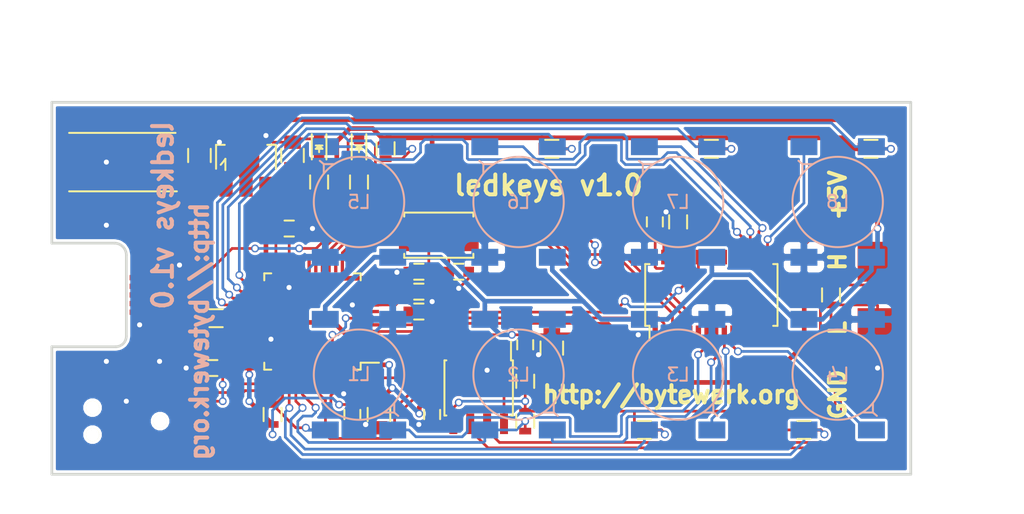
<source format=kicad_pcb>
(kicad_pcb (version 4) (host pcbnew 4.0.2+dfsg1-stable)
  (layers (0 F.Cu signal) (31 B.Cu signal) (34 B.Paste user) (35 F.Paste user) (36 B.SilkS user) (37 F.SilkS user) (38 B.Mask user) (39 F.Mask user) (44 Edge.Cuts user))
  (net 0 "")
  (net 1 +5V)
  (net 2 GND)
  (net 3 "Net-(C2-Pad1)")
  (net 4 "Net-(C3-Pad1)")
  (net 5 NRST)
  (net 6 +3V3)
  (net 7 "Net-(D1-Pad2)")
  (net 8 "Net-(D1-Pad1)")
  (net 9 "Net-(D2-Pad2)")
  (net 10 BTN0)
  (net 11 LED4)
  (net 12 BTN5)
  (net 13 LED3)
  (net 14 BTN1)
  (net 15 LED2)
  (net 16 BTN6)
  (net 17 LED1)
  (net 18 BTN2)
  (net 19 LED0)
  (net 20 BTN7)
  (net 21 LED5)
  (net 22 BTN3)
  (net 23 LED6)
  (net 24 LED7)
  (net 25 BTN4)
  (net 26 CAN_S)
  (net 27 GSMODE)
  (net 28 BLANK)
  (net 29 XERR)
  (net 30 SPI_SCK)
  (net 31 SPI_MISO)
  (net 32 SPI_MOSI)
  (net 33 GSCLK)
  (net 34 "Net-(R10-Pad2)")
  (net 35 "Net-(R11-Pad1)")
  (net 36 CAN_TX)
  (net 37 CAN_RX)
  (net 38 CAN_L)
  (net 39 CAN_H)
  (net 40 USB_DM)
  (net 41 USB_DP)
  (net 42 SWDIO)
  (net 43 SWCLK)
  (net 44 SPI_NSS)
  (module Capacitors_Tantalum_SMD:TantalC_SizeD_EIA-7343_Reflow (layer F.Cu) (at 48 90 180)
    (fp_text reference C12)
    (fp_text value 220uF)
    (pad 2 smd rect (at 3.12 0 180) (size 2.37 2.43) (layers F.Cu F.Paste F.Mask) (net 2 GND))
    (pad 1 smd rect (at -3.12 0 180) (size 2.37 2.43) (layers F.Cu F.Paste F.Mask) (net 1 +5V))
  )
  (module Resistors_SMD:R_0603 (layer F.Cu) (at 78.5 109.5 90)
    (fp_text reference R13)
    (fp_text value 10K)
    (pad 1 smd rect (at -0.75 0 90) (size 0.5 0.9) (layers F.Cu F.Paste F.Mask) (net 25 BTN4))
    (pad 2 smd rect (at 0.75 0 90) (size 0.5 0.9) (layers F.Cu F.Paste F.Mask) (net 6 +3V3))
  )
  (module tagconnect:TC2030-NL (layer F.Cu) (at 48.5 109.5 180)
    (fp_text reference X1)
    (fp_text value CON_SWD hide)
    (pad "" np_thru_hole circle (at 2.54 -1.016 180) (size 0.9906 0.9906) (drill 0.9906) (layers *.Cu *.Mask F.SilkS))
    (pad "" np_thru_hole circle (at 2.54 1.016 180) (size 0.9906 0.9906) (drill 0.9906) (layers *.Cu *.Mask F.SilkS))
    (pad 5 connect circle (at 1.27 0.635 180) (size 0.7874 0.7874) (layers F.Cu F.Mask) (net 5 NRST))
    (pad 3 connect circle (at 0 0.635 180) (size 0.7874 0.7874) (layers F.Cu F.Mask) (net 2 GND))
    (pad 1 connect circle (at -1.27 0.635 180) (size 0.7874 0.7874) (layers F.Cu F.Mask) (net 6 +3V3))
    (pad 6 connect circle (at 1.27 -0.635 180) (size 0.7874 0.7874) (layers F.Cu F.Mask))
    (pad 2 connect circle (at -1.27 -0.635 180) (size 0.7874 0.7874) (layers F.Cu F.Mask) (net 43 SWCLK))
    (pad 4 connect circle (at 0 -0.635 180) (size 0.7874 0.7874) (layers F.Cu F.Mask) (net 42 SWDIO))
    (pad "" np_thru_hole circle (at -2.54 0 180) (size 0.9906 0.9906) (drill 0.9906) (layers *.Cu *.Mask F.SilkS))
  )
  (module marquardt:marquard-3006 (layer B.Cu) (at 102 93 180)
    (fp_text reference L8 (at 0 0 180) (layer B.SilkS) (effects (justify mirror)))
    (fp_text value marquardt-3006)
    (pad 2 smd rect (at 2.5375 -4.1625 180) (size 2.025 1.275) (layers B.Cu B.Paste B.Mask) (net 2 GND))
    (pad 1 smd rect (at -2.5375 -4.1625 180) (size 2.025 1.275) (layers B.Cu B.Paste B.Mask) (net 1 +5V))
    (pad 3 smd rect (at 2.5375 4.1625 180) (size 2.025 1.275) (layers B.Cu B.Paste B.Mask) (net 24 LED7))
    (pad 4 smd rect (at -2.5375 4.1625 180) (size 2.025 1.275) (layers B.Cu B.Paste B.Mask) (net 20 BTN7))
  )
  (module marquardt:marquard-3006 (layer B.Cu) (at 90 93 180)
    (fp_text reference L7 (at 0 0 180) (layer B.SilkS) (effects (justify mirror)))
    (fp_text value marquardt-3006)
    (pad 2 smd rect (at 2.5375 -4.1625 180) (size 2.025 1.275) (layers B.Cu B.Paste B.Mask) (net 2 GND))
    (pad 1 smd rect (at -2.5375 -4.1625 180) (size 2.025 1.275) (layers B.Cu B.Paste B.Mask) (net 1 +5V))
    (pad 3 smd rect (at 2.5375 4.1625 180) (size 2.025 1.275) (layers B.Cu B.Paste B.Mask) (net 21 LED5))
    (pad 4 smd rect (at -2.5375 4.1625 180) (size 2.025 1.275) (layers B.Cu B.Paste B.Mask) (net 22 BTN3))
  )
  (module Capacitors_SMD:C_0805 (layer F.Cu) (at 80.5 104 270)
    (fp_text reference C1)
    (fp_text value 10uF)
    (pad 1 smd rect (at -1 0 270) (size 1 1.25) (layers F.Cu F.Paste F.Mask) (net 1 +5V))
    (pad 2 smd rect (at 1 0 270) (size 1 1.25) (layers F.Cu F.Paste F.Mask) (net 2 GND))
  )
  (module Capacitors_SMD:C_0603 (layer F.Cu) (at 73.5 98.25)
    (fp_text reference C2)
    (fp_text value 18pF)
    (pad 1 smd rect (at -0.75 0) (size 0.8 0.75) (layers F.Cu F.Paste F.Mask) (net 3 "Net-(C2-Pad1)"))
    (pad 2 smd rect (at 0.75 0) (size 0.8 0.75) (layers F.Cu F.Paste F.Mask) (net 2 GND))
  )
  (module Capacitors_SMD:C_0603 (layer F.Cu) (at 70.5 98.25 180)
    (fp_text reference C3)
    (fp_text value 18pF)
    (pad 1 smd rect (at -0.75 0 180) (size 0.8 0.75) (layers F.Cu F.Paste F.Mask) (net 4 "Net-(C3-Pad1)"))
    (pad 2 smd rect (at 0.75 0 180) (size 0.8 0.75) (layers F.Cu F.Paste F.Mask) (net 2 GND))
  )
  (module Capacitors_SMD:C_0603 (layer F.Cu) (at 78.5 103.75 270)
    (fp_text reference C4)
    (fp_text value 100nF)
    (pad 1 smd rect (at -0.75 0 270) (size 0.8 0.75) (layers F.Cu F.Paste F.Mask) (net 1 +5V))
    (pad 2 smd rect (at 0.75 0 270) (size 0.8 0.75) (layers F.Cu F.Paste F.Mask) (net 2 GND))
  )
  (module Capacitors_SMD:C_0603 (layer F.Cu) (at 70.5 101.25)
    (fp_text reference C5)
    (fp_text value 100nF)
    (pad 1 smd rect (at -0.75 0) (size 0.8 0.75) (layers F.Cu F.Paste F.Mask) (net 5 NRST))
    (pad 2 smd rect (at 0.75 0) (size 0.8 0.75) (layers F.Cu F.Paste F.Mask) (net 2 GND))
  )
  (module Capacitors_SMD:C_0603 (layer F.Cu) (at 71.5 109 270)
    (fp_text reference C6)
    (fp_text value 100nF)
    (pad 1 smd rect (at -0.75 0 270) (size 0.8 0.75) (layers F.Cu F.Paste F.Mask) (net 6 +3V3))
    (pad 2 smd rect (at 0.75 0 270) (size 0.8 0.75) (layers F.Cu F.Paste F.Mask) (net 2 GND))
  )
  (module Capacitors_SMD:C_0805 (layer F.Cu) (at 67.5 109 270)
    (fp_text reference C7)
    (fp_text value 10uF)
    (pad 1 smd rect (at -1 0 270) (size 1 1.25) (layers F.Cu F.Paste F.Mask) (net 6 +3V3))
    (pad 2 smd rect (at 1 0 270) (size 1 1.25) (layers F.Cu F.Paste F.Mask) (net 2 GND))
  )
  (module Capacitors_SMD:C_0603 (layer F.Cu) (at 60.75 95)
    (fp_text reference C8)
    (fp_text value 100nF)
    (pad 1 smd rect (at -0.75 0) (size 0.8 0.75) (layers F.Cu F.Paste F.Mask) (net 6 +3V3))
    (pad 2 smd rect (at 0.75 0) (size 0.8 0.75) (layers F.Cu F.Paste F.Mask) (net 2 GND))
  )
  (module Capacitors_SMD:C_0603 (layer F.Cu) (at 65.5 109 270)
    (fp_text reference C9)
    (fp_text value 100nF)
    (pad 1 smd rect (at -0.75 0 270) (size 0.8 0.75) (layers F.Cu F.Paste F.Mask) (net 6 +3V3))
    (pad 2 smd rect (at 0.75 0 270) (size 0.8 0.75) (layers F.Cu F.Paste F.Mask) (net 2 GND))
  )
  (module Capacitors_SMD:C_0603 (layer F.Cu) (at 70.5 99.75)
    (fp_text reference C10)
    (fp_text value 100nF)
    (pad 1 smd rect (at -0.75 0) (size 0.8 0.75) (layers F.Cu F.Paste F.Mask) (net 6 +3V3))
    (pad 2 smd rect (at 0.75 0) (size 0.8 0.75) (layers F.Cu F.Paste F.Mask) (net 2 GND))
  )
  (module Capacitors_SMD:C_0603 (layer F.Cu) (at 55 105.5 180)
    (fp_text reference C11)
    (fp_text value 100nF)
    (pad 1 smd rect (at -0.75 0 180) (size 0.8 0.75) (layers F.Cu F.Paste F.Mask) (net 6 +3V3))
    (pad 2 smd rect (at 0.75 0 180) (size 0.8 0.75) (layers F.Cu F.Paste F.Mask) (net 2 GND))
  )
  (module Capacitors_SMD:C_0805 (layer F.Cu) (at 54 89.5 90)
    (fp_text reference C13)
    (fp_text value 10uF)
    (pad 1 smd rect (at -1 0 90) (size 1 1.25) (layers F.Cu F.Paste F.Mask) (net 1 +5V))
    (pad 2 smd rect (at 1 0 90) (size 1 1.25) (layers F.Cu F.Paste F.Mask) (net 2 GND))
  )
  (module Capacitors_SMD:C_0805 (layer F.Cu) (at 61 89.5 90)
    (fp_text reference C14)
    (fp_text value 10uF)
    (pad 1 smd rect (at -1 0 90) (size 1 1.25) (layers F.Cu F.Paste F.Mask) (net 6 +3V3))
    (pad 2 smd rect (at 1 0 90) (size 1 1.25) (layers F.Cu F.Paste F.Mask) (net 2 GND))
  )
  (module Capacitors_SMD:C_0603 (layer F.Cu) (at 88.25 94.5 90)
    (fp_text reference C15)
    (fp_text value 100nF)
    (pad 1 smd rect (at -0.75 0 90) (size 0.8 0.75) (layers F.Cu F.Paste F.Mask) (net 6 +3V3))
    (pad 2 smd rect (at 0.75 0 90) (size 0.8 0.75) (layers F.Cu F.Paste F.Mask) (net 2 GND))
  )
  (module LEDs:LED_0603 (layer F.Cu) (at 66 89 270)
    (fp_text reference D1)
    (fp_text value yellow)
    (pad 2 smd rect (at 0.7493 0 90) (size 0.79756 0.79756) (layers F.Cu F.Paste F.Mask) (net 7 "Net-(D1-Pad2)"))
    (pad 1 smd rect (at -0.7493 0 90) (size 0.79756 0.79756) (layers F.Cu F.Paste F.Mask) (net 8 "Net-(D1-Pad1)"))
  )
  (module LEDs:LED_0603 (layer F.Cu) (at 63 89 270)
    (fp_text reference D2)
    (fp_text value green)
    (pad 2 smd rect (at 0.7493 0 90) (size 0.79756 0.79756) (layers F.Cu F.Paste F.Mask) (net 9 "Net-(D2-Pad2)"))
    (pad 1 smd rect (at -0.7493 0 90) (size 0.79756 0.79756) (layers F.Cu F.Paste F.Mask) (net 2 GND))
  )
  (module marquardt:marquard-3006 (layer B.Cu) (at 66 106)
    (fp_text reference L1 (at 0 -0.0375) (layer B.SilkS) (effects (justify mirror)))
    (fp_text value marquardt-3006)
    (pad 2 smd rect (at 2.5375 -4.1625) (size 2.025 1.275) (layers B.Cu B.Paste B.Mask) (net 2 GND))
    (pad 1 smd rect (at -2.5375 -4.1625) (size 2.025 1.275) (layers B.Cu B.Paste B.Mask) (net 1 +5V))
    (pad 3 smd rect (at 2.5375 4.1625) (size 2.025 1.275) (layers B.Cu B.Paste B.Mask) (net 19 LED0))
    (pad 4 smd rect (at -2.5375 4.1625) (size 2.025 1.275) (layers B.Cu B.Paste B.Mask) (net 10 BTN0))
  )
  (module marquardt:marquard-3006 (layer B.Cu) (at 78 106)
    (fp_text reference L2 (at 0 0) (layer B.SilkS) (effects (justify mirror)))
    (fp_text value marquardt-3006)
    (pad 2 smd rect (at 2.5375 -4.1625) (size 2.025 1.275) (layers B.Cu B.Paste B.Mask) (net 2 GND))
    (pad 1 smd rect (at -2.5375 -4.1625) (size 2.025 1.275) (layers B.Cu B.Paste B.Mask) (net 1 +5V))
    (pad 3 smd rect (at 2.5375 4.1625) (size 2.025 1.275) (layers B.Cu B.Paste B.Mask) (net 17 LED1))
    (pad 4 smd rect (at -2.5375 4.1625) (size 2.025 1.275) (layers B.Cu B.Paste B.Mask) (net 25 BTN4))
  )
  (module marquardt:marquard-3006 (layer B.Cu) (at 90 106)
    (fp_text reference L3 (at 0 0) (layer B.SilkS) (effects (justify mirror)))
    (fp_text value marquardt-3006)
    (pad 2 smd rect (at 2.5375 -4.1625) (size 2.025 1.275) (layers B.Cu B.Paste B.Mask) (net 2 GND))
    (pad 1 smd rect (at -2.5375 -4.1625) (size 2.025 1.275) (layers B.Cu B.Paste B.Mask) (net 1 +5V))
    (pad 3 smd rect (at 2.5375 4.1625) (size 2.025 1.275) (layers B.Cu B.Paste B.Mask) (net 15 LED2))
    (pad 4 smd rect (at -2.5375 4.1625) (size 2.025 1.275) (layers B.Cu B.Paste B.Mask) (net 14 BTN1))
  )
  (module marquardt:marquard-3006 (layer B.Cu) (at 102 106)
    (fp_text reference L4 (at 0 0) (layer B.SilkS) (effects (justify mirror)))
    (fp_text value marquardt-3006)
    (pad 2 smd rect (at 2.5375 -4.1625) (size 2.025 1.275) (layers B.Cu B.Paste B.Mask) (net 2 GND))
    (pad 1 smd rect (at -2.5375 -4.1625) (size 2.025 1.275) (layers B.Cu B.Paste B.Mask) (net 1 +5V))
    (pad 3 smd rect (at 2.5375 4.1625) (size 2.025 1.275) (layers B.Cu B.Paste B.Mask) (net 13 LED3))
    (pad 4 smd rect (at -2.5375 4.1625) (size 2.025 1.275) (layers B.Cu B.Paste B.Mask) (net 12 BTN5))
  )
  (module marquardt:marquard-3006 (layer B.Cu) (at 66 93 180)
    (fp_text reference L5 (at 0 0 180) (layer B.SilkS) (effects (justify mirror)))
    (fp_text value marquardt-3006)
    (pad 2 smd rect (at 2.5375 -4.1625 180) (size 2.025 1.275) (layers B.Cu B.Paste B.Mask) (net 2 GND))
    (pad 1 smd rect (at -2.5375 -4.1625 180) (size 2.025 1.275) (layers B.Cu B.Paste B.Mask) (net 1 +5V))
    (pad 3 smd rect (at 2.5375 4.1625 180) (size 2.025 1.275) (layers B.Cu B.Paste B.Mask) (net 11 LED4))
    (pad 4 smd rect (at -2.5375 4.1625 180) (size 2.025 1.275) (layers B.Cu B.Paste B.Mask) (net 18 BTN2))
  )
  (module marquardt:marquard-3006 (layer B.Cu) (at 78 93 180)
    (fp_text reference L6 (at 0 0 180) (layer B.SilkS) (effects (justify mirror)))
    (fp_text value marquardt-3006)
    (pad 2 smd rect (at 2.5375 -4.1625 180) (size 2.025 1.275) (layers B.Cu B.Paste B.Mask) (net 2 GND))
    (pad 1 smd rect (at -2.5375 -4.1625 180) (size 2.025 1.275) (layers B.Cu B.Paste B.Mask) (net 1 +5V))
    (pad 3 smd rect (at 2.5375 4.1625 180) (size 2.025 1.275) (layers B.Cu B.Paste B.Mask) (net 23 LED6))
    (pad 4 smd rect (at -2.5375 4.1625 180) (size 2.025 1.275) (layers B.Cu B.Paste B.Mask) (net 16 BTN6))
  )
  (module Resistors_SMD:R_0603 (layer F.Cu) (at 78.5 106.5 90)
    (fp_text reference R1)
    (fp_text value 10K)
    (pad 1 smd rect (at -0.75 0 90) (size 0.5 0.9) (layers F.Cu F.Paste F.Mask) (net 6 +3V3))
    (pad 2 smd rect (at 0.75 0 90) (size 0.5 0.9) (layers F.Cu F.Paste F.Mask) (net 26 CAN_S))
  )
  (module Resistors_SMD:R_0603 (layer F.Cu) (at 66 91.5 90)
    (fp_text reference R2)
    (fp_text value 1K)
    (pad 1 smd rect (at -0.75 0 90) (size 0.5 0.9) (layers F.Cu F.Paste F.Mask) (net 6 +3V3))
    (pad 2 smd rect (at 0.75 0 90) (size 0.5 0.9) (layers F.Cu F.Paste F.Mask) (net 7 "Net-(D1-Pad2)"))
  )
  (module Resistors_SMD:R_0603 (layer F.Cu) (at 63 91.5 90)
    (fp_text reference R3)
    (fp_text value 1K)
    (pad 1 smd rect (at -0.75 0 90) (size 0.5 0.9) (layers F.Cu F.Paste F.Mask) (net 6 +3V3))
    (pad 2 smd rect (at 0.75 0 90) (size 0.5 0.9) (layers F.Cu F.Paste F.Mask) (net 9 "Net-(D2-Pad2)"))
  )
  (module Resistors_SMD:R_0603 (layer F.Cu) (at 55.25 101.75)
    (fp_text reference R10)
    (fp_text value 33R)
    (pad 1 smd rect (at -0.75 0) (size 0.5 0.9) (layers F.Cu F.Paste F.Mask) (net 33 GSCLK))
    (pad 2 smd rect (at 0.75 0) (size 0.5 0.9) (layers F.Cu F.Paste F.Mask) (net 34 "Net-(R10-Pad2)"))
  )
  (module Resistors_SMD:R_0603 (layer F.Cu) (at 90 94.5 90)
    (fp_text reference R11)
    (fp_text value R)
    (pad 1 smd rect (at -0.75 0 90) (size 0.5 0.9) (layers F.Cu F.Paste F.Mask) (net 35 "Net-(R11-Pad1)"))
    (pad 2 smd rect (at 0.75 0 90) (size 0.5 0.9) (layers F.Cu F.Paste F.Mask) (net 2 GND))
  )
  (module Resistors_SMD:R_0603 (layer F.Cu) (at 59.5 109 270)
    (fp_text reference R12)
    (fp_text value 10K)
    (pad 1 smd rect (at -0.75 0 270) (size 0.5 0.9) (layers F.Cu F.Paste F.Mask) (net 10 BTN0))
    (pad 2 smd rect (at 0.75 0 270) (size 0.5 0.9) (layers F.Cu F.Paste F.Mask) (net 6 +3V3))
  )
  (module Resistors_SMD:R_0603 (layer F.Cu) (at 87.4625 110.1625 180)
    (fp_text reference R14)
    (fp_text value 10K)
    (pad 1 smd rect (at -0.75 0 180) (size 0.5 0.9) (layers F.Cu F.Paste F.Mask) (net 14 BTN1))
    (pad 2 smd rect (at 0.75 0 180) (size 0.5 0.9) (layers F.Cu F.Paste F.Mask) (net 6 +3V3))
  )
  (module Resistors_SMD:R_0603 (layer F.Cu) (at 99.4625 110.1625 180)
    (fp_text reference R15)
    (fp_text value 10K)
    (pad 1 smd rect (at -0.75 0 180) (size 0.5 0.9) (layers F.Cu F.Paste F.Mask) (net 12 BTN5))
    (pad 2 smd rect (at 0.75 0 180) (size 0.5 0.9) (layers F.Cu F.Paste F.Mask) (net 6 +3V3))
  )
  (module Resistors_SMD:R_0603 (layer F.Cu) (at 68 89 90)
    (fp_text reference R16)
    (fp_text value 10K)
    (pad 1 smd rect (at -0.75 0 90) (size 0.5 0.9) (layers F.Cu F.Paste F.Mask) (net 18 BTN2))
    (pad 2 smd rect (at 0.75 0 90) (size 0.5 0.9) (layers F.Cu F.Paste F.Mask) (net 6 +3V3))
  )
  (module Resistors_SMD:R_0603 (layer F.Cu) (at 80.5 89 180)
    (fp_text reference R17)
    (fp_text value 10K)
    (pad 1 smd rect (at -0.75 0 180) (size 0.5 0.9) (layers F.Cu F.Paste F.Mask) (net 16 BTN6))
    (pad 2 smd rect (at 0.75 0 180) (size 0.5 0.9) (layers F.Cu F.Paste F.Mask) (net 6 +3V3))
  )
  (module Resistors_SMD:R_0603 (layer F.Cu) (at 92.5 89 180)
    (fp_text reference R18)
    (fp_text value 10K)
    (pad 1 smd rect (at -0.75 0 180) (size 0.5 0.9) (layers F.Cu F.Paste F.Mask) (net 22 BTN3))
    (pad 2 smd rect (at 0.75 0 180) (size 0.5 0.9) (layers F.Cu F.Paste F.Mask) (net 6 +3V3))
  )
  (module Resistors_SMD:R_0603 (layer F.Cu) (at 104.5 89 180)
    (fp_text reference R19)
    (fp_text value 10K)
    (pad 1 smd rect (at -0.75 0 180) (size 0.5 0.9) (layers F.Cu F.Paste F.Mask) (net 20 BTN7))
    (pad 2 smd rect (at 0.75 0 180) (size 0.5 0.9) (layers F.Cu F.Paste F.Mask) (net 6 +3V3))
  )
  (module Housings_SOIC:SOIC-8_3.9x4.9mm_Pitch1.27mm (layer F.Cu) (at 75 107 270)
    (fp_text reference U1)
    (fp_text value TJA1051/3)
    (pad 1 smd rect (at -2.7 -1.905 270) (size 1.55 0.6) (layers F.Cu F.Paste F.Mask) (net 36 CAN_TX))
    (pad 2 smd rect (at -2.7 -0.635 270) (size 1.55 0.6) (layers F.Cu F.Paste F.Mask) (net 2 GND))
    (pad 3 smd rect (at -2.7 0.635 270) (size 1.55 0.6) (layers F.Cu F.Paste F.Mask) (net 1 +5V))
    (pad 4 smd rect (at -2.7 1.905 270) (size 1.55 0.6) (layers F.Cu F.Paste F.Mask) (net 37 CAN_RX))
    (pad 5 smd rect (at 2.7 1.905 270) (size 1.55 0.6) (layers F.Cu F.Paste F.Mask) (net 6 +3V3))
    (pad 6 smd rect (at 2.7 0.635 270) (size 1.55 0.6) (layers F.Cu F.Paste F.Mask) (net 38 CAN_L))
    (pad 7 smd rect (at 2.7 -0.635 270) (size 1.55 0.6) (layers F.Cu F.Paste F.Mask) (net 39 CAN_H))
    (pad 8 smd rect (at 2.7 -1.905 270) (size 1.55 0.6) (layers F.Cu F.Paste F.Mask) (net 26 CAN_S))
  )
  (module Housings_QFP:LQFP-48_7x7mm_Pitch0.5mm (layer F.Cu) (at 62.5 102 180)
    (fp_text reference U2)
    (fp_text value STM32F042C6Tx)
    (pad 1 smd rect (at -4.35 -2.75 180) (size 1.3 0.25) (layers F.Cu F.Paste F.Mask) (net 6 +3V3))
    (pad 2 smd rect (at -4.35 -2.25 180) (size 1.3 0.25) (layers F.Cu F.Paste F.Mask) (net 27 GSMODE))
    (pad 3 smd rect (at -4.35 -1.75 180) (size 1.3 0.25) (layers F.Cu F.Paste F.Mask) (net 28 BLANK))
    (pad 4 smd rect (at -4.35 -1.25 180) (size 1.3 0.25) (layers F.Cu F.Paste F.Mask) (net 29 XERR))
    (pad 5 smd rect (at -4.35 -0.75 180) (size 1.3 0.25) (layers F.Cu F.Paste F.Mask) (net 3 "Net-(C2-Pad1)"))
    (pad 6 smd rect (at -4.35 -0.25 180) (size 1.3 0.25) (layers F.Cu F.Paste F.Mask) (net 4 "Net-(C3-Pad1)"))
    (pad 7 smd rect (at -4.35 0.25 180) (size 1.3 0.25) (layers F.Cu F.Paste F.Mask) (net 5 NRST))
    (pad 8 smd rect (at -4.35 0.75 180) (size 1.3 0.25) (layers F.Cu F.Paste F.Mask) (net 2 GND))
    (pad 9 smd rect (at -4.35 1.25 180) (size 1.3 0.25) (layers F.Cu F.Paste F.Mask) (net 6 +3V3))
    (pad 10 smd rect (at -4.35 1.75 180) (size 1.3 0.25) (layers F.Cu F.Paste F.Mask))
    (pad 11 smd rect (at -4.35 2.25 180) (size 1.3 0.25) (layers F.Cu F.Paste F.Mask))
    (pad 12 smd rect (at -4.35 2.75 180) (size 1.3 0.25) (layers F.Cu F.Paste F.Mask))
    (pad 13 smd rect (at -2.75 4.35 270) (size 1.3 0.25) (layers F.Cu F.Paste F.Mask))
    (pad 14 smd rect (at -2.25 4.35 270) (size 1.3 0.25) (layers F.Cu F.Paste F.Mask) (net 44 SPI_NSS))
    (pad 15 smd rect (at -1.75 4.35 270) (size 1.3 0.25) (layers F.Cu F.Paste F.Mask) (net 30 SPI_SCK))
    (pad 16 smd rect (at -1.25 4.35 270) (size 1.3 0.25) (layers F.Cu F.Paste F.Mask) (net 31 SPI_MISO))
    (pad 17 smd rect (at -0.75 4.35 270) (size 1.3 0.25) (layers F.Cu F.Paste F.Mask) (net 32 SPI_MOSI))
    (pad 18 smd rect (at -0.25 4.35 270) (size 1.3 0.25) (layers F.Cu F.Paste F.Mask))
    (pad 19 smd rect (at 0.25 4.35 270) (size 1.3 0.25) (layers F.Cu F.Paste F.Mask))
    (pad 20 smd rect (at 0.75 4.35 270) (size 1.3 0.25) (layers F.Cu F.Paste F.Mask))
    (pad 21 smd rect (at 1.25 4.35 270) (size 1.3 0.25) (layers F.Cu F.Paste F.Mask))
    (pad 22 smd rect (at 1.75 4.35 270) (size 1.3 0.25) (layers F.Cu F.Paste F.Mask) (net 8 "Net-(D1-Pad1)"))
    (pad 23 smd rect (at 2.25 4.35 270) (size 1.3 0.25) (layers F.Cu F.Paste F.Mask) (net 2 GND))
    (pad 24 smd rect (at 2.75 4.35 270) (size 1.3 0.25) (layers F.Cu F.Paste F.Mask) (net 6 +3V3))
    (pad 25 smd rect (at 4.35 2.75 180) (size 1.3 0.25) (layers F.Cu F.Paste F.Mask) (net 18 BTN2))
    (pad 26 smd rect (at 4.35 2.25 180) (size 1.3 0.25) (layers F.Cu F.Paste F.Mask) (net 16 BTN6))
    (pad 27 smd rect (at 4.35 1.75 180) (size 1.3 0.25) (layers F.Cu F.Paste F.Mask) (net 22 BTN3))
    (pad 28 smd rect (at 4.35 1.25 180) (size 1.3 0.25) (layers F.Cu F.Paste F.Mask) (net 20 BTN7))
    (pad 29 smd rect (at 4.35 0.75 180) (size 1.3 0.25) (layers F.Cu F.Paste F.Mask) (net 34 "Net-(R10-Pad2)"))
    (pad 30 smd rect (at 4.35 0.25 180) (size 1.3 0.25) (layers F.Cu F.Paste F.Mask))
    (pad 31 smd rect (at 4.35 -0.25 180) (size 1.3 0.25) (layers F.Cu F.Paste F.Mask))
    (pad 32 smd rect (at 4.35 -0.75 180) (size 1.3 0.25) (layers F.Cu F.Paste F.Mask) (net 40 USB_DM))
    (pad 33 smd rect (at 4.35 -1.25 180) (size 1.3 0.25) (layers F.Cu F.Paste F.Mask) (net 41 USB_DP))
    (pad 34 smd rect (at 4.35 -1.75 180) (size 1.3 0.25) (layers F.Cu F.Paste F.Mask) (net 42 SWDIO))
    (pad 35 smd rect (at 4.35 -2.25 180) (size 1.3 0.25) (layers F.Cu F.Paste F.Mask) (net 2 GND))
    (pad 36 smd rect (at 4.35 -2.75 180) (size 1.3 0.25) (layers F.Cu F.Paste F.Mask) (net 6 +3V3))
    (pad 37 smd rect (at 2.75 -4.35 270) (size 1.3 0.25) (layers F.Cu F.Paste F.Mask) (net 43 SWCLK))
    (pad 38 smd rect (at 2.25 -4.35 270) (size 1.3 0.25) (layers F.Cu F.Paste F.Mask) (net 10 BTN0))
    (pad 39 smd rect (at 1.75 -4.35 270) (size 1.3 0.25) (layers F.Cu F.Paste F.Mask) (net 12 BTN5))
    (pad 40 smd rect (at 1.25 -4.35 270) (size 1.3 0.25) (layers F.Cu F.Paste F.Mask) (net 14 BTN1))
    (pad 41 smd rect (at 0.75 -4.35 270) (size 1.3 0.25) (layers F.Cu F.Paste F.Mask) (net 25 BTN4))
    (pad 42 smd rect (at 0.25 -4.35 270) (size 1.3 0.25) (layers F.Cu F.Paste F.Mask))
    (pad 43 smd rect (at -0.25 -4.35 270) (size 1.3 0.25) (layers F.Cu F.Paste F.Mask) (net 26 CAN_S))
    (pad 44 smd rect (at -0.75 -4.35 270) (size 1.3 0.25) (layers F.Cu F.Paste F.Mask))
    (pad 45 smd rect (at -1.25 -4.35 270) (size 1.3 0.25) (layers F.Cu F.Paste F.Mask) (net 37 CAN_RX))
    (pad 46 smd rect (at -1.75 -4.35 270) (size 1.3 0.25) (layers F.Cu F.Paste F.Mask) (net 36 CAN_TX))
    (pad 47 smd rect (at -2.25 -4.35 270) (size 1.3 0.25) (layers F.Cu F.Paste F.Mask) (net 2 GND))
    (pad 48 smd rect (at -2.75 -4.35 270) (size 1.3 0.25) (layers F.Cu F.Paste F.Mask) (net 6 +3V3))
  )
  (module TO_SOT_Packages_SMD:SOT89-3_Housing (layer F.Cu) (at 57.5 90)
    (fp_text reference U3)
    (fp_text value MCP1754ST-3302E/MB)
    (pad 1 smd rect (at -1.50114 1.85166) (size 1.00076 1.50114) (layers F.Cu F.Paste F.Mask) (net 1 +5V))
    (pad 2 smd rect (at 0 1.85166) (size 1.00076 1.50114) (layers F.Cu F.Paste F.Mask) (net 2 GND))
    (pad 3 smd rect (at 1.50114 1.85166) (size 1.00076 1.50114) (layers F.Cu F.Paste F.Mask) (net 6 +3V3))
    (pad 2 smd rect (at 0 -1.09982) (size 1.99898 2.99974) (layers F.Cu F.Paste F.Mask) (net 2 GND))
    (pad 2 smd trapezoid (at 0 0.7493 180) (size 1.50114 0.7493) (rect_delta 0 0.50038) (layers F.Cu F.Paste F.Mask) (net 2 GND))
  )
  (module Housings_SSOP:TSSOP-28_4.4x9.7mm_Pitch0.65mm (layer F.Cu) (at 92.5 100 90)
    (fp_text reference U4)
    (fp_text value TLC5941)
    (pad 1 smd rect (at -2.85 -4.225 90) (size 1.1 0.4) (layers F.Cu F.Paste F.Mask) (net 2 GND))
    (pad 2 smd rect (at -2.85 -3.575 90) (size 1.1 0.4) (layers F.Cu F.Paste F.Mask) (net 28 BLANK))
    (pad 3 smd rect (at -2.85 -2.925 90) (size 1.1 0.4) (layers F.Cu F.Paste F.Mask) (net 44 SPI_NSS))
    (pad 4 smd rect (at -2.85 -2.275 90) (size 1.1 0.4) (layers F.Cu F.Paste F.Mask) (net 30 SPI_SCK))
    (pad 5 smd rect (at -2.85 -1.625 90) (size 1.1 0.4) (layers F.Cu F.Paste F.Mask) (net 32 SPI_MOSI))
    (pad 6 smd rect (at -2.85 -0.975 90) (size 1.1 0.4) (layers F.Cu F.Paste F.Mask) (net 27 GSMODE))
    (pad 7 smd rect (at -2.85 -0.325 90) (size 1.1 0.4) (layers F.Cu F.Paste F.Mask) (net 19 LED0))
    (pad 8 smd rect (at -2.85 0.325 90) (size 1.1 0.4) (layers F.Cu F.Paste F.Mask) (net 17 LED1))
    (pad 9 smd rect (at -2.85 0.975 90) (size 1.1 0.4) (layers F.Cu F.Paste F.Mask) (net 15 LED2))
    (pad 10 smd rect (at -2.85 1.625 90) (size 1.1 0.4) (layers F.Cu F.Paste F.Mask) (net 13 LED3))
    (pad 11 smd rect (at -2.85 2.275 90) (size 1.1 0.4) (layers F.Cu F.Paste F.Mask))
    (pad 12 smd rect (at -2.85 2.925 90) (size 1.1 0.4) (layers F.Cu F.Paste F.Mask))
    (pad 13 smd rect (at -2.85 3.575 90) (size 1.1 0.4) (layers F.Cu F.Paste F.Mask))
    (pad 14 smd rect (at -2.85 4.225 90) (size 1.1 0.4) (layers F.Cu F.Paste F.Mask))
    (pad 15 smd rect (at 2.85 4.225 90) (size 1.1 0.4) (layers F.Cu F.Paste F.Mask) (net 24 LED7))
    (pad 16 smd rect (at 2.85 3.575 90) (size 1.1 0.4) (layers F.Cu F.Paste F.Mask) (net 21 LED5))
    (pad 17 smd rect (at 2.85 2.925 90) (size 1.1 0.4) (layers F.Cu F.Paste F.Mask) (net 23 LED6))
    (pad 18 smd rect (at 2.85 2.275 90) (size 1.1 0.4) (layers F.Cu F.Paste F.Mask) (net 11 LED4))
    (pad 19 smd rect (at 2.85 1.625 90) (size 1.1 0.4) (layers F.Cu F.Paste F.Mask))
    (pad 20 smd rect (at 2.85 0.975 90) (size 1.1 0.4) (layers F.Cu F.Paste F.Mask))
    (pad 21 smd rect (at 2.85 0.325 90) (size 1.1 0.4) (layers F.Cu F.Paste F.Mask))
    (pad 22 smd rect (at 2.85 -0.325 90) (size 1.1 0.4) (layers F.Cu F.Paste F.Mask))
    (pad 23 smd rect (at 2.85 -0.975 90) (size 1.1 0.4) (layers F.Cu F.Paste F.Mask) (net 29 XERR))
    (pad 24 smd rect (at 2.85 -1.625 90) (size 1.1 0.4) (layers F.Cu F.Paste F.Mask) (net 31 SPI_MISO))
    (pad 25 smd rect (at 2.85 -2.275 90) (size 1.1 0.4) (layers F.Cu F.Paste F.Mask) (net 33 GSCLK))
    (pad 26 smd rect (at 2.85 -2.925 90) (size 1.1 0.4) (layers F.Cu F.Paste F.Mask) (net 6 +3V3))
    (pad 27 smd rect (at 2.85 -3.575 90) (size 1.1 0.4) (layers F.Cu F.Paste F.Mask) (net 35 "Net-(R11-Pad1)"))
    (pad 28 smd rect (at 2.85 -4.225 90) (size 1.1 0.4) (layers F.Cu F.Paste F.Mask) (net 6 +3V3))
  )
  (module Crystals:ABM3 (layer F.Cu) (at 72 95.5 180)
    (fp_text reference Y1)
    (fp_text value 8MHz)
    (pad 2 smd rect (at 2.05 0 180) (size 1.9 2.4) (layers F.Cu F.Paste F.Mask) (net 4 "Net-(C3-Pad1)"))
    (pad 1 smd rect (at -2.05 0 180) (size 1.9 2.4) (layers F.Cu F.Paste F.Mask) (net 3 "Net-(C2-Pad1)"))
  )
  (module molex:Molex-Micro-USB-B-Middle-Mount (layer F.Cu) (at 48.5 100)
    (fp_text reference P1)
    (fp_text value USB_OTG hide)
    (pad 6 smd rect (at 2.75 2.2 90) (size 2.5 1.5) (layers F.Cu F.Paste F.Mask) (net 2 GND))
    (pad 6 smd rect (at 2.75 -2.2 90) (size 2.5 1.5) (layers F.Cu F.Paste F.Mask) (net 2 GND))
    (pad 6 smd rect (at 0.55 -5.25) (size 2.5 1.5) (layers F.Cu F.Paste F.Mask) (net 2 GND))
    (pad 6 smd rect (at -3.65 -5.25) (size 2.5 1.5) (layers F.Cu F.Paste F.Mask) (net 2 GND))
    (pad 6 smd rect (at 0.55 5.05) (size 2.5 1.5) (layers F.Cu F.Paste F.Mask) (net 2 GND))
    (pad 5 smd rect (at 0.875 1.3) (size 1.25 0.4) (layers F.Cu F.Paste F.Mask) (net 2 GND))
    (pad 4 smd rect (at 0.875 0.65) (size 1.25 0.4) (layers F.Cu F.Paste F.Mask))
    (pad 1 smd rect (at 0.875 -1.3) (size 1.25 0.4) (layers F.Cu F.Paste F.Mask) (net 1 +5V))
    (pad 2 smd rect (at 0.875 -0.65) (size 1.25 0.4) (layers F.Cu F.Paste F.Mask) (net 40 USB_DM))
    (pad 3 smd rect (at 0.875 0) (size 1.25 0.4) (layers F.Cu F.Paste F.Mask) (net 41 USB_DP))
    (pad 6 smd rect (at -3.65 5.05) (size 2.5 1.5) (layers F.Cu F.Paste F.Mask) (net 2 GND))
  )
  (module Measurement_Points:Measurement_Point_Square-SMD-Pad_Big (layer F.Cu) (at 105 102.5 90)
    (fp_text reference W4)
    (fp_text value TEST_1P)
    (pad 1 smd rect (at 0 0 90) (size 3 3) (layers F.Cu F.Mask) (net 38 CAN_L))
  )
  (module Measurement_Points:Measurement_Point_Square-SMD-Pad_Big (layer F.Cu) (at 105 97.5 90)
    (fp_text reference W5)
    (fp_text value TEST_1P)
    (pad 1 smd rect (at 0 0 90) (size 3 3) (layers F.Cu F.Mask) (net 39 CAN_H))
  )
  (module Measurement_Points:Measurement_Point_Square-SMD-Pad_Big (layer F.Cu) (at 105 92.5 90)
    (fp_text reference W6)
    (fp_text value TEST_1P)
    (pad 1 smd rect (at 0 0 90) (size 3 3) (layers F.Cu F.Mask) (net 1 +5V))
  )
  (module Measurement_Points:Measurement_Point_Square-SMD-Pad_Big (layer F.Cu) (at 105 107.5 90)
    (fp_text reference W7)
    (fp_text value TEST_1P)
    (pad 1 smd rect (at 0 0 90) (size 3 3) (layers F.Cu F.Mask) (net 2 GND))
  )
  (module Resistors_SMD:R_0603 (layer F.Cu) (at 101.5 100 270)
    (fp_text reference R4)
    (fp_text value dnp)
    (pad 1 smd rect (at -0.75 0 270) (size 0.5 0.9) (layers F.Cu F.Paste F.Mask) (net 39 CAN_H))
    (pad 2 smd rect (at 0.75 0 270) (size 0.5 0.9) (layers F.Cu F.Paste F.Mask) (net 38 CAN_L))
  )
  (gr_text http://bytewerk.org (at 54 102.75 90) (layer B.SilkS) (effects (font (size 1.3 1.3) (thickness 0.3)) (justify mirror)))
  (gr_text "ledkeys v1.0" (at 51.25 94 90) (layer B.SilkS) (effects (font (size 1.5 1.5) (thickness 0.3)) (justify mirror)))
  (gr_text "ledkeys v1.0" (at 80.25 91.75) (layer F.SilkS) (effects (font (size 1.5 1.5) (thickness 0.3))))
  (gr_text http://bytewerk.org (at 89.5 107.5) (layer F.SilkS) (effects (font (size 1.3 1.3) (thickness 0.3))))
  (gr_text +5V (at 102 92.5 90) (layer F.SilkS) (effects (font (size 1.2 1.2) (thickness 0.3))))
  (gr_text H (at 102 97.5 90) (layer F.SilkS) (effects (font (size 1.2 1.2) (thickness 0.3))))
  (gr_text L (at 102 102.5 90) (layer F.SilkS) (effects (font (size 1.2 1.2) (thickness 0.3))))
  (gr_text GND (at 102 107.5 90) (layer F.SilkS) (effects (font (size 1.2 1.2) (thickness 0.3))))
  (gr_line (start 42.9 96.1) (end 42.9 85.5) (layer Edge.Cuts) (width 0.2))
  (gr_line (start 42.9 113.5) (end 42.9 103.9) (layer Edge.Cuts) (width 0.2))
  (gr_arc (start 47.7 103.1) (end 48.5 103.1) (angle 90) (layer Edge.Cuts) (width 0.2))
  (gr_arc (start 47.6 97) (end 47.6 96.1) (angle 90) (layer Edge.Cuts) (width 0.2))
  (gr_line (start 47.7 103.9) (end 42.9 103.9) (layer Edge.Cuts) (width 0.2))
  (gr_line (start 48.5 97) (end 48.5 103.1) (layer Edge.Cuts) (width 0.2))
  (gr_line (start 42.9 96.1) (end 47.6 96.1) (layer Edge.Cuts) (width 0.2))
  (gr_line (start 107.5 113.5) (end 42.9 113.5) (layer Edge.Cuts) (width 0.2))
  (gr_line (start 107.5 85.5) (end 107.5 113.5) (layer Edge.Cuts) (width 0.2))
  (gr_line (start 42.9 85.5) (end 107.5 85.5) (layer Edge.Cuts) (width 0.2))
  (segment (start 51.12 90) (end 51.12 88.435) (width 0.35) (layer F.Cu) (net 1))
  (segment (start 51.12 88.435) (end 52.744917 86.810083) (width 0.35) (layer F.Cu) (net 1))
  (segment (start 52.744917 86.810083) (end 105.696406 86.810083) (width 0.35) (layer F.Cu) (net 1))
  (segment (start 105.696406 86.810083) (end 106.678201 87.791878) (width 0.35) (layer F.Cu) (net 1))
  (segment (start 106.678201 87.791878) (end 106.678201 90.821799) (width 0.35) (layer F.Cu) (net 1))
  (segment (start 106.678201 90.821799) (end 105 92.5) (width 0.35) (layer F.Cu) (net 1))
  (segment (start 54.35166 91.85166) (end 54 91.5) (width 0.35) (layer F.Cu) (net 1))
  (segment (start 54 91.5) (end 54 90.5) (width 0.35) (layer F.Cu) (net 1))
  (segment (start 55.99886 91.85166) (end 54.35166 91.85166) (width 0.35) (layer F.Cu) (net 1))
  (segment (start 54 90.5) (end 51.62 90.5) (width 0.35) (layer F.Cu) (net 1))
  (segment (start 51.62 90.5) (end 51.12 90) (width 0.35) (layer F.Cu) (net 1))
  (segment (start 67.2968 97.1625) (end 67.15 97.1625) (width 0.35) (layer B.Cu) (net 1))
  (segment (start 67.15 97.1625) (end 63.4625 100.85) (width 0.35) (layer B.Cu) (net 1))
  (segment (start 63.4625 100.85) (end 63.4625 101.8375) (width 0.35) (layer B.Cu) (net 1))
  (segment (start 67.175 97.1625) (end 68.5375 97.1625) (width 0.35) (layer B.Cu) (net 1))
  (segment (start 84.225 101.8375) (end 82.8875 100.5) (width 0.35) (layer B.Cu) (net 1))
  (segment (start 82.8875 100.5) (end 80.5375 98.15) (width 0.35) (layer B.Cu) (net 1))
  (segment (start 75.4625 100.470454) (end 82.857954 100.470454) (width 0.35) (layer B.Cu) (net 1))
  (segment (start 82.857954 100.470454) (end 82.8875 100.5) (width 0.35) (layer B.Cu) (net 1))
  (segment (start 77.5 103) (end 76.625 103) (width 0.35) (layer B.Cu) (net 1))
  (segment (start 76.625 103) (end 75.4625 101.8375) (width 0.35) (layer B.Cu) (net 1))
  (segment (start 99.4625 101.8375) (end 98.73259 101.8375) (width 0.35) (layer B.Cu) (net 1))
  (segment (start 98.73259 101.8375) (end 95.375726 98.480636) (width 0.35) (layer B.Cu) (net 1))
  (segment (start 95.375726 98.480636) (end 92.5375 98.480636) (width 0.35) (layer B.Cu) (net 1))
  (segment (start 87.4625 101.8375) (end 89.180636 101.8375) (width 0.35) (layer B.Cu) (net 1))
  (segment (start 92.5375 98.480636) (end 92.5375 98.15) (width 0.35) (layer B.Cu) (net 1))
  (segment (start 89.180636 101.8375) (end 92.5375 98.480636) (width 0.35) (layer B.Cu) (net 1))
  (segment (start 92.5375 98.15) (end 92.5375 97.1625) (width 0.35) (layer B.Cu) (net 1))
  (segment (start 87.4625 101.8375) (end 84.225 101.8375) (width 0.35) (layer B.Cu) (net 1))
  (segment (start 80.5375 98.15) (end 80.5375 97.1625) (width 0.35) (layer B.Cu) (net 1))
  (segment (start 80.5125 97.1625) (end 80.5375 97.1625) (width 0.35) (layer B.Cu) (net 1))
  (segment (start 68.5375 97.1625) (end 72.154546 97.1625) (width 0.35) (layer B.Cu) (net 1))
  (segment (start 72.154546 97.1625) (end 75.4625 100.470454) (width 0.35) (layer B.Cu) (net 1))
  (segment (start 75.4625 100.470454) (end 75.4625 100.85) (width 0.35) (layer B.Cu) (net 1))
  (segment (start 75.4625 100.85) (end 75.4625 101.8375) (width 0.35) (layer B.Cu) (net 1))
  (segment (start 104.5375 97.1625) (end 104.5375 98.15) (width 0.35) (layer B.Cu) (net 1))
  (segment (start 104.5375 98.15) (end 100.85 101.8375) (width 0.35) (layer B.Cu) (net 1))
  (segment (start 100.825 101.8375) (end 99.4625 101.8375) (width 0.35) (layer B.Cu) (net 1))
  (segment (start 100.85 101.8375) (end 100.825 101.8375) (width 0.35) (layer B.Cu) (net 1))
  (segment (start 105 95) (end 105 96.7) (width 0.35) (layer B.Cu) (net 1))
  (segment (start 105 96.7) (end 104.5375 97.1625) (width 0.35) (layer B.Cu) (net 1))
  (segment (start 105 92.5) (end 105 95) (width 0.35) (layer F.Cu) (net 1))
  (segment (start 105 92.5) (end 103.15 92.5) (width 0.35) (layer F.Cu) (net 1))
  (segment (start 83.403978 103) (end 80.5 103) (width 0.35) (layer F.Cu) (net 1))
  (segment (start 103.15 92.5) (end 99.483043 96.166957) (width 0.35) (layer F.Cu) (net 1))
  (segment (start 99.483043 96.166957) (end 99.483043 103.713052) (width 0.35) (layer F.Cu) (net 1))
  (segment (start 99.483043 103.713052) (end 96.610001 106.586094) (width 0.35) (layer F.Cu) (net 1))
  (segment (start 96.610001 106.586094) (end 86.990072 106.586094) (width 0.35) (layer F.Cu) (net 1))
  (segment (start 86.990072 106.586094) (end 83.403978 103) (width 0.35) (layer F.Cu) (net 1))
  (segment (start 49.375 98.7) (end 49.375 96.994238) (width 0.35) (layer F.Cu) (net 1))
  (segment (start 49.375 96.994238) (end 51.12 95.249238) (width 0.35) (layer F.Cu) (net 1))
  (segment (start 51.12 95.249238) (end 51.12 91.565) (width 0.35) (layer F.Cu) (net 1))
  (segment (start 51.12 91.565) (end 51.12 90) (width 0.35) (layer F.Cu) (net 1))
  (via (at 105 95) (size 0.5842) (drill 0.381) (layers F.Cu B.Cu) (net 1))
  (segment (start 74.6868 103) (end 77.5 103) (width 0.2032) (layer F.Cu) (net 1))
  (segment (start 78.5 103) (end 77.5 103) (width 0.2032) (layer F.Cu) (net 1))
  (via (at 77.5 103) (size 0.5842) (drill 0.381) (layers F.Cu B.Cu) (net 1))
  (segment (start 78.5 103) (end 80.5 103) (width 0.2032) (layer F.Cu) (net 1))
  (segment (start 74.365 104.3) (end 74.365 103.3218) (width 0.2032) (layer F.Cu) (net 1))
  (segment (start 74.365 103.3218) (end 74.6868 103) (width 0.2032) (layer F.Cu) (net 1))
  (segment (start 67.2968 97.1625) (end 67.3218 97.1625) (width 0.2032) (layer B.Cu) (net 1))
  (segment (start 80.45 97.25) (end 80.5375 97.1625) (width 0.2032) (layer B.Cu) (net 1))
  (segment (start 59.378618 103.874582) (end 59.378618 103.742681) (width 0.2032) (layer F.Cu) (net 2))
  (segment (start 59.0032 104.25) (end 59.378618 103.874582) (width 0.2032) (layer F.Cu) (net 2))
  (segment (start 59.378618 103.742681) (end 59.378618 103.32959) (width 0.2032) (layer F.Cu) (net 2))
  (segment (start 59.086519 103.621689) (end 59.378618 103.32959) (width 0.2032) (layer B.Cu) (net 2))
  (segment (start 57.208208 105.5) (end 59.086519 103.621689) (width 0.2032) (layer B.Cu) (net 2))
  (segment (start 58.15 104.25) (end 59.0032 104.25) (width 0.2032) (layer F.Cu) (net 2))
  (segment (start 51.5 105.5) (end 57.208208 105.5) (width 0.2032) (layer B.Cu) (net 2))
  (segment (start 59.295312 103.412896) (end 59.378618 103.32959) (width 0.2032) (layer B.Cu) (net 2))
  (segment (start 59.295312 103.706141) (end 59.295312 103.412896) (width 0.2032) (layer B.Cu) (net 2))
  (via (at 59.378618 103.32959) (size 0.5842) (drill 0.381) (layers F.Cu B.Cu) (net 2))
  (segment (start 60.738658 99.438898) (end 60.738658 102.262795) (width 0.2032) (layer B.Cu) (net 2))
  (segment (start 64.75 104.042099) (end 59.63127 104.042099) (width 0.2032) (layer B.Cu) (net 2))
  (segment (start 59.63127 104.042099) (end 59.295312 103.706141) (width 0.2032) (layer B.Cu) (net 2))
  (segment (start 60.738658 102.262795) (end 59.295312 103.706141) (width 0.2032) (layer B.Cu) (net 2))
  (segment (start 68.896782 98.25) (end 68.85147 98.295312) (width 0.2032) (layer F.Cu) (net 2))
  (segment (start 69.75 98.25) (end 68.896782 98.25) (width 0.2032) (layer F.Cu) (net 2))
  (segment (start 68.5375 98.609282) (end 68.559371 98.587411) (width 0.2032) (layer B.Cu) (net 2))
  (segment (start 68.5375 101.8375) (end 68.5375 98.609282) (width 0.2032) (layer B.Cu) (net 2))
  (segment (start 68.559371 98.587411) (end 68.85147 98.295312) (width 0.2032) (layer B.Cu) (net 2))
  (via (at 68.85147 98.295312) (size 0.5842) (drill 0.381) (layers F.Cu B.Cu) (net 2))
  (segment (start 88.799851 94.041191) (end 89.09195 93.749092) (width 0.2032) (layer B.Cu) (net 2))
  (segment (start 87.4625 97.1625) (end 87.4625 95.378542) (width 0.2032) (layer B.Cu) (net 2))
  (segment (start 88.678859 93.749092) (end 89.09195 93.749092) (width 0.2032) (layer F.Cu) (net 2))
  (segment (start 88.5 93.75) (end 88.500908 93.749092) (width 0.2032) (layer F.Cu) (net 2))
  (segment (start 90.249092 93.749092) (end 89.505041 93.749092) (width 0.2032) (layer F.Cu) (net 2))
  (segment (start 87.4625 95.378542) (end 88.799851 94.041191) (width 0.2032) (layer B.Cu) (net 2))
  (segment (start 90.25 93.75) (end 90.249092 93.749092) (width 0.2032) (layer F.Cu) (net 2))
  (segment (start 88.500908 93.749092) (end 88.678859 93.749092) (width 0.2032) (layer F.Cu) (net 2))
  (segment (start 89.505041 93.749092) (end 89.09195 93.749092) (width 0.2032) (layer F.Cu) (net 2))
  (via (at 89.09195 93.749092) (size 0.5842) (drill 0.381) (layers F.Cu B.Cu) (net 2))
  (segment (start 75.4625 97.1625) (end 75.4625 96.3218) (width 0.2032) (layer B.Cu) (net 2))
  (segment (start 66.901199 94.939501) (end 64.6782 97.1625) (width 0.2032) (layer B.Cu) (net 2))
  (segment (start 75.4625 96.3218) (end 74.080201 94.939501) (width 0.2032) (layer B.Cu) (net 2))
  (segment (start 74.080201 94.939501) (end 66.901199 94.939501) (width 0.2032) (layer B.Cu) (net 2))
  (segment (start 64.6782 97.1625) (end 63.4625 97.1625) (width 0.2032) (layer B.Cu) (net 2))
  (segment (start 104.435899 102.779801) (end 103.935527 103.280173) (width 0.2032) (layer B.Cu) (net 2))
  (segment (start 103.935527 103.280173) (end 95.195873 103.280173) (width 0.2032) (layer B.Cu) (net 2))
  (segment (start 95.195873 103.280173) (end 93.7532 101.8375) (width 0.2032) (layer B.Cu) (net 2))
  (segment (start 93.7532 101.8375) (end 92.5375 101.8375) (width 0.2032) (layer B.Cu) (net 2))
  (segment (start 105 105.5) (end 105 103.343902) (width 0.2032) (layer B.Cu) (net 2))
  (segment (start 105 103.343902) (end 104.435899 102.779801) (width 0.2032) (layer B.Cu) (net 2))
  (segment (start 60.446559 99.146799) (end 60.738658 99.438898) (width 0.2032) (layer F.Cu) (net 2))
  (segment (start 60.25 98.95024) (end 60.446559 99.146799) (width 0.2032) (layer F.Cu) (net 2))
  (segment (start 60.25 97.65) (end 60.25 98.95024) (width 0.2032) (layer F.Cu) (net 2))
  (segment (start 63.4625 97.1625) (end 63.0875 97.1625) (width 0.2032) (layer B.Cu) (net 2))
  (segment (start 60.811102 99.438898) (end 60.738658 99.438898) (width 0.2032) (layer B.Cu) (net 2))
  (via (at 60.738658 99.438898) (size 0.5842) (drill 0.381) (layers F.Cu B.Cu) (net 2))
  (segment (start 63.0875 97.1625) (end 60.811102 99.438898) (width 0.2032) (layer B.Cu) (net 2))
  (segment (start 75.341763 105.374373) (end 75.633862 105.666472) (width 0.2032) (layer B.Cu) (net 2))
  (segment (start 71.80489 101.8375) (end 75.341763 105.374373) (width 0.2032) (layer B.Cu) (net 2))
  (segment (start 71.5 101.8375) (end 71.80489 101.8375) (width 0.2032) (layer B.Cu) (net 2))
  (segment (start 76.046953 105.666472) (end 75.633862 105.666472) (width 0.2032) (layer B.Cu) (net 2))
  (segment (start 77.549228 105.666472) (end 76.046953 105.666472) (width 0.2032) (layer B.Cu) (net 2))
  (segment (start 78.7157 104.5) (end 77.549228 105.666472) (width 0.2032) (layer B.Cu) (net 2))
  (segment (start 75.635 105.665334) (end 75.633862 105.666472) (width 0.2032) (layer F.Cu) (net 2))
  (segment (start 75.635 104.3) (end 75.635 105.665334) (width 0.2032) (layer F.Cu) (net 2))
  (via (at 75.633862 105.666472) (size 0.5842) (drill 0.381) (layers F.Cu B.Cu) (net 2))
  (segment (start 78.5 104.5) (end 79.5 104.5) (width 0.2032) (layer F.Cu) (net 2))
  (segment (start 78.7157 104.5) (end 80.5375 102.6782) (width 0.2032) (layer B.Cu) (net 2))
  (segment (start 79.5 104.5) (end 78.7157 104.5) (width 0.2032) (layer B.Cu) (net 2))
  (segment (start 80.5 105) (end 80 105) (width 0.2032) (layer F.Cu) (net 2))
  (segment (start 80 105) (end 79.5 104.5) (width 0.2032) (layer F.Cu) (net 2))
  (via (at 79.5 104.5) (size 0.5842) (drill 0.381) (layers F.Cu B.Cu) (net 2))
  (segment (start 99.4625 97.1625) (end 100.6782 97.1625) (width 0.2032) (layer B.Cu) (net 2))
  (segment (start 100.6782 97.1625) (end 103.437601 94.403099) (width 0.2032) (layer B.Cu) (net 2))
  (segment (start 103.437601 94.403099) (end 105.286513 94.403099) (width 0.2032) (layer B.Cu) (net 2))
  (segment (start 105.286513 94.403099) (end 105.854801 94.971387) (width 0.2032) (layer B.Cu) (net 2))
  (segment (start 105.854801 94.971387) (end 105.854801 99.679499) (width 0.2032) (layer B.Cu) (net 2))
  (segment (start 105.854801 99.679499) (end 104.5375 100.9968) (width 0.2032) (layer B.Cu) (net 2))
  (segment (start 104.5375 100.9968) (end 104.5375 101.8375) (width 0.2032) (layer B.Cu) (net 2))
  (segment (start 99.4625 97.1625) (end 94.736142 97.1625) (width 0.2032) (layer B.Cu) (net 2))
  (segment (start 94.736142 97.1625) (end 93.793841 96.220199) (width 0.2032) (layer B.Cu) (net 2))
  (segment (start 93.793841 96.220199) (end 89.620501 96.220199) (width 0.2032) (layer B.Cu) (net 2))
  (segment (start 89.620501 96.220199) (end 88.6782 97.1625) (width 0.2032) (layer B.Cu) (net 2))
  (segment (start 88.6782 97.1625) (end 87.4625 97.1625) (width 0.2032) (layer B.Cu) (net 2))
  (segment (start 89.1593 104) (end 87 104) (width 0.2032) (layer B.Cu) (net 2))
  (segment (start 87 104) (end 83.9157 104) (width 0.2032) (layer B.Cu) (net 2))
  (segment (start 87 103) (end 87 104) (width 0.2032) (layer B.Cu) (net 2))
  (segment (start 88.275 102.85) (end 87.15 102.85) (width 0.2032) (layer F.Cu) (net 2))
  (segment (start 87.15 102.85) (end 87 103) (width 0.2032) (layer F.Cu) (net 2))
  (via (at 87 103) (size 0.5842) (drill 0.381) (layers F.Cu B.Cu) (net 2))
  (segment (start 83.9157 104) (end 81.7532 101.8375) (width 0.2032) (layer B.Cu) (net 2))
  (segment (start 81.7532 101.8375) (end 80.5375 101.8375) (width 0.2032) (layer B.Cu) (net 2))
  (segment (start 92.5375 101.8375) (end 91.3218 101.8375) (width 0.2032) (layer B.Cu) (net 2))
  (segment (start 91.3218 101.8375) (end 89.1593 104) (width 0.2032) (layer B.Cu) (net 2))
  (segment (start 104.5375 101.8375) (end 104.5375 102.6782) (width 0.2032) (layer B.Cu) (net 2))
  (segment (start 104.5375 102.6782) (end 104.435899 102.779801) (width 0.2032) (layer B.Cu) (net 2))
  (segment (start 105 107.5) (end 105 105.5) (width 0.2032) (layer F.Cu) (net 2))
  (via (at 105 105.5) (size 0.5842) (drill 0.381) (layers F.Cu B.Cu) (net 2))
  (segment (start 73.5 99.5) (end 71.5 101.5) (width 0.2032) (layer B.Cu) (net 2))
  (segment (start 71.5 101.5) (end 71.5 101.8375) (width 0.2032) (layer B.Cu) (net 2))
  (segment (start 74.25 98.25) (end 74.25 98.75) (width 0.2032) (layer F.Cu) (net 2))
  (segment (start 74.25 98.75) (end 73.5 99.5) (width 0.2032) (layer F.Cu) (net 2))
  (via (at 73.5 99.5) (size 0.5842) (drill 0.381) (layers F.Cu B.Cu) (net 2))
  (segment (start 69.75 101.8375) (end 71.5 101.8375) (width 0.2032) (layer B.Cu) (net 2))
  (segment (start 71.5 100.5) (end 71.5 101.8375) (width 0.2032) (layer B.Cu) (net 2))
  (segment (start 71.25 99.75) (end 71.25 100.25) (width 0.2032) (layer F.Cu) (net 2))
  (segment (start 71.25 100.25) (end 71.5 100.5) (width 0.2032) (layer F.Cu) (net 2))
  (segment (start 71.25 101.25) (end 71.25 100.75) (width 0.2032) (layer F.Cu) (net 2))
  (via (at 71.5 100.5) (size 0.5842) (drill 0.381) (layers F.Cu B.Cu) (net 2))
  (segment (start 71.25 100.75) (end 71.5 100.5) (width 0.2032) (layer F.Cu) (net 2))
  (segment (start 68.5375 101.8375) (end 69.75 101.8375) (width 0.2032) (layer B.Cu) (net 2))
  (segment (start 64.75 104.042099) (end 66.457901 104.042099) (width 0.2032) (layer B.Cu) (net 2))
  (segment (start 64.846907 107.440137) (end 64.846907 107.027046) (width 0.2032) (layer B.Cu) (net 2))
  (segment (start 64.846907 107.027046) (end 64.75 106.930139) (width 0.2032) (layer B.Cu) (net 2))
  (segment (start 64.75 106.930139) (end 64.75 104.042099) (width 0.2032) (layer B.Cu) (net 2))
  (segment (start 64.75 106.35) (end 64.75 107.34323) (width 0.2032) (layer F.Cu) (net 2))
  (segment (start 64.75 107.34323) (end 64.846907 107.440137) (width 0.2032) (layer F.Cu) (net 2))
  (via (at 64.846907 107.440137) (size 0.5842) (drill 0.381) (layers F.Cu B.Cu) (net 2))
  (segment (start 66.5 109.25) (end 66.5 104) (width 0.25) (layer B.Cu) (net 2))
  (segment (start 66.5 104) (end 66.5 103.5) (width 0.25) (layer B.Cu) (net 2))
  (segment (start 66.457901 104.042099) (end 66.5 104) (width 0.2032) (layer B.Cu) (net 2))
  (segment (start 65.5 100.75) (end 66.5875 101.8375) (width 0.2032) (layer B.Cu) (net 2))
  (segment (start 66.5875 101.8375) (end 68.5375 101.8375) (width 0.2032) (layer B.Cu) (net 2))
  (segment (start 66.85 101.25) (end 66 101.25) (width 0.2032) (layer F.Cu) (net 2))
  (segment (start 66 101.25) (end 65.5 100.75) (width 0.2032) (layer F.Cu) (net 2))
  (via (at 65.5 100.75) (size 0.5842) (drill 0.381) (layers F.Cu B.Cu) (net 2))
  (segment (start 68.5 101.875) (end 68.5375 101.8375) (width 0.2032) (layer B.Cu) (net 2))
  (segment (start 80.5375 102.6782) (end 80.5375 101.8375) (width 0.2032) (layer B.Cu) (net 2))
  (segment (start 62.5 95) (end 61.5 95) (width 0.2032) (layer F.Cu) (net 2))
  (segment (start 63.4625 97.1625) (end 63.4625 95.9625) (width 0.2032) (layer B.Cu) (net 2))
  (segment (start 63.4625 95.9625) (end 62.5 95) (width 0.2032) (layer B.Cu) (net 2))
  (via (at 62.5 95) (size 0.5842) (drill 0.381) (layers F.Cu B.Cu) (net 2))
  (segment (start 59.000685 88.602185) (end 59.000685 88.413687) (width 0.2032) (layer F.Cu) (net 2))
  (segment (start 59.292784 88.292695) (end 59.000685 88.000596) (width 0.2032) (layer F.Cu) (net 2))
  (segment (start 61 88.5) (end 59.500089 88.5) (width 0.2032) (layer F.Cu) (net 2))
  (segment (start 59.000685 88.413687) (end 59.000685 88.000596) (width 0.2032) (layer F.Cu) (net 2))
  (segment (start 58.70269 88.90018) (end 59.000685 88.602185) (width 0.2032) (layer F.Cu) (net 2))
  (segment (start 59.500089 88.5) (end 59.292784 88.292695) (width 0.2032) (layer F.Cu) (net 2))
  (segment (start 57.5 88.90018) (end 58.70269 88.90018) (width 0.2032) (layer F.Cu) (net 2))
  (segment (start 58.708586 88.292695) (end 59.000685 88.000596) (width 0.2032) (layer B.Cu) (net 2))
  (segment (start 58.501281 88.5) (end 58.708586 88.292695) (width 0.2032) (layer B.Cu) (net 2))
  (segment (start 55.5 88.5) (end 58.501281 88.5) (width 0.2032) (layer B.Cu) (net 2))
  (via (at 59.000685 88.000596) (size 0.5842) (drill 0.381) (layers F.Cu B.Cu) (net 2))
  (segment (start 63 88.2507) (end 61.2493 88.2507) (width 0.2032) (layer F.Cu) (net 2))
  (segment (start 61.2493 88.2507) (end 61 88.5) (width 0.2032) (layer F.Cu) (net 2))
  (segment (start 57.5 88.90018) (end 55.90018 88.90018) (width 0.2032) (layer F.Cu) (net 2))
  (segment (start 55.90018 88.90018) (end 55.5 88.5) (width 0.2032) (layer F.Cu) (net 2))
  (segment (start 47 90) (end 47 92) (width 0.2032) (layer B.Cu) (net 2))
  (segment (start 47 92) (end 47 94.75) (width 0.2032) (layer B.Cu) (net 2))
  (segment (start 55.5 88.5) (end 55.086909 88.5) (width 0.2032) (layer B.Cu) (net 2))
  (segment (start 55.086909 88.5) (end 51.586909 92) (width 0.2032) (layer B.Cu) (net 2))
  (segment (start 51.586909 92) (end 47 92) (width 0.2032) (layer B.Cu) (net 2))
  (segment (start 54 88.5) (end 55.5 88.5) (width 0.2032) (layer F.Cu) (net 2))
  (via (at 55.5 88.5) (size 0.5842) (drill 0.381) (layers F.Cu B.Cu) (net 2))
  (segment (start 57.5 90.7493) (end 57.5 88.90018) (width 0.2032) (layer F.Cu) (net 2))
  (segment (start 57.5 91.85166) (end 57.5 90.7493) (width 0.2032) (layer F.Cu) (net 2))
  (segment (start 51.25 95) (end 51 94.75) (width 0.2032) (layer B.Cu) (net 2))
  (segment (start 51 94.75) (end 47 94.75) (width 0.2032) (layer B.Cu) (net 2))
  (segment (start 51.25 95) (end 51.25 97.75) (width 0.2032) (layer B.Cu) (net 2))
  (segment (start 51.25 97.75) (end 51.25 100.5) (width 0.2032) (layer B.Cu) (net 2))
  (segment (start 52.5 97.75) (end 51.25 97.75) (width 0.2032) (layer B.Cu) (net 2))
  (segment (start 51.25 97.8) (end 52.45 97.8) (width 0.2032) (layer F.Cu) (net 2))
  (segment (start 52.45 97.8) (end 52.5 97.75) (width 0.2032) (layer F.Cu) (net 2))
  (via (at 52.5 97.75) (size 0.5842) (drill 0.381) (layers F.Cu B.Cu) (net 2))
  (segment (start 51.25 100.5) (end 49.5 102.25) (width 0.2032) (layer B.Cu) (net 2))
  (segment (start 48.5 108) (end 51 105.5) (width 0.2032) (layer B.Cu) (net 2))
  (segment (start 51 105.5) (end 51 105) (width 0.2032) (layer B.Cu) (net 2))
  (segment (start 49.5 102.25) (end 51 103.75) (width 0.2032) (layer B.Cu) (net 2))
  (segment (start 51 103.75) (end 51 105) (width 0.2032) (layer B.Cu) (net 2))
  (segment (start 49.375 101.3) (end 49.375 102.125) (width 0.2032) (layer F.Cu) (net 2))
  (segment (start 49.375 102.125) (end 49.5 102.25) (width 0.2032) (layer F.Cu) (net 2))
  (segment (start 51.25 102.2) (end 49.55 102.2) (width 0.2032) (layer F.Cu) (net 2))
  (segment (start 49.55 102.2) (end 49.5 102.25) (width 0.2032) (layer F.Cu) (net 2))
  (via (at 49.5 102.25) (size 0.5842) (drill 0.381) (layers F.Cu B.Cu) (net 2))
  (segment (start 51 105) (end 49.1 105) (width 0.2032) (layer F.Cu) (net 2))
  (segment (start 49.1 105) (end 49.05 105.05) (width 0.2032) (layer F.Cu) (net 2))
  (segment (start 53 105.5) (end 51.5 105.5) (width 0.2032) (layer B.Cu) (net 2))
  (segment (start 51.5 105.5) (end 51 105) (width 0.2032) (layer B.Cu) (net 2))
  (via (at 51 105) (size 0.5842) (drill 0.381) (layers F.Cu B.Cu) (net 2))
  (segment (start 54.25 105.5) (end 53 105.5) (width 0.2032) (layer F.Cu) (net 2))
  (via (at 53 105.5) (size 0.5842) (drill 0.381) (layers F.Cu B.Cu) (net 2))
  (segment (start 48.5 108) (end 47 106.5) (width 0.2032) (layer B.Cu) (net 2))
  (segment (start 47 106.5) (end 47 105) (width 0.2032) (layer B.Cu) (net 2))
  (segment (start 48.5 108.865) (end 48.5 108) (width 0.2032) (layer F.Cu) (net 2))
  (via (at 48.5 108) (size 0.5842) (drill 0.381) (layers F.Cu B.Cu) (net 2))
  (segment (start 49.05 105.05) (end 47.05 105.05) (width 0.2032) (layer F.Cu) (net 2))
  (segment (start 47.05 105.05) (end 47 105) (width 0.2032) (layer F.Cu) (net 2))
  (segment (start 44.85 105.05) (end 46.95 105.05) (width 0.2032) (layer F.Cu) (net 2))
  (segment (start 46.95 105.05) (end 47 105) (width 0.2032) (layer F.Cu) (net 2))
  (via (at 47 105) (size 0.5842) (drill 0.381) (layers F.Cu B.Cu) (net 2))
  (segment (start 44.88 90) (end 47 90) (width 0.2032) (layer F.Cu) (net 2))
  (via (at 47 90) (size 0.5842) (drill 0.381) (layers F.Cu B.Cu) (net 2))
  (segment (start 49.05 94.75) (end 47 94.75) (width 0.2032) (layer F.Cu) (net 2))
  (segment (start 44.85 94.75) (end 47 94.75) (width 0.2032) (layer F.Cu) (net 2))
  (via (at 47 94.75) (size 0.5842) (drill 0.381) (layers F.Cu B.Cu) (net 2))
  (segment (start 66.5 109.75) (end 66.5 109.25) (width 0.25) (layer B.Cu) (net 2))
  (segment (start 70.5 109.75) (end 69.970199 109.220199) (width 0.2032) (layer B.Cu) (net 2))
  (segment (start 69.970199 109.220199) (end 66.529801 109.220199) (width 0.2032) (layer B.Cu) (net 2))
  (segment (start 66.529801 109.220199) (end 66.5 109.25) (width 0.2032) (layer B.Cu) (net 2))
  (segment (start 71.5 109.75) (end 70.5 109.75) (width 0.2032) (layer F.Cu) (net 2))
  (via (at 70.5 109.75) (size 0.5842) (drill 0.381) (layers F.Cu B.Cu) (net 2))
  (segment (start 66.5 103.5) (end 68.1625 101.8375) (width 0.25) (layer B.Cu) (net 2))
  (segment (start 68.1625 101.8375) (end 68.5375 101.8375) (width 0.25) (layer B.Cu) (net 2))
  (segment (start 66 109.75) (end 67.25 109.75) (width 0.25) (layer F.Cu) (net 2))
  (segment (start 65.5 109.75) (end 66 109.75) (width 0.25) (layer F.Cu) (net 2))
  (segment (start 66 109.75) (end 66.5 109.75) (width 0.25) (layer F.Cu) (net 2))
  (via (at 66.5 109.75) (size 0.6) (drill 0.4) (layers F.Cu B.Cu) (net 2))
  (segment (start 67.25 109.75) (end 67.5 110) (width 0.25) (layer F.Cu) (net 2))
  (segment (start 72.75 98.25) (end 72.75 95.6468) (width 0.2032) (layer F.Cu) (net 3))
  (segment (start 72.75 95.6468) (end 72.8968 95.5) (width 0.2032) (layer F.Cu) (net 3))
  (segment (start 72.8968 95.5) (end 74.05 95.5) (width 0.2032) (layer F.Cu) (net 3))
  (segment (start 71.020897 102.75) (end 72.75 101.020897) (width 0.2032) (layer F.Cu) (net 3))
  (segment (start 66.85 102.75) (end 71.020897 102.75) (width 0.2032) (layer F.Cu) (net 3))
  (segment (start 72.75 98.8282) (end 72.75 98.25) (width 0.2032) (layer F.Cu) (net 3))
  (segment (start 72.75 101.020897) (end 72.75 98.8282) (width 0.2032) (layer F.Cu) (net 3))
  (segment (start 71.25 98.25) (end 71.25 95.6468) (width 0.2032) (layer F.Cu) (net 4))
  (segment (start 71.1032 95.5) (end 69.95 95.5) (width 0.2032) (layer F.Cu) (net 4))
  (segment (start 71.25 95.6468) (end 71.1032 95.5) (width 0.2032) (layer F.Cu) (net 4))
  (segment (start 70.454801 101.764894) (end 70.454801 99.020199) (width 0.2032) (layer F.Cu) (net 4))
  (segment (start 66.85 102.25) (end 69.969695 102.25) (width 0.2032) (layer F.Cu) (net 4))
  (segment (start 69.969695 102.25) (end 70.454801 101.764894) (width 0.2032) (layer F.Cu) (net 4))
  (segment (start 71.225 98.25) (end 71.25 98.25) (width 0.2032) (layer F.Cu) (net 4))
  (segment (start 70.454801 99.020199) (end 71.225 98.25) (width 0.2032) (layer F.Cu) (net 4))
  (segment (start 71.275 98.5) (end 71.25 98.5) (width 0.2032) (layer F.Cu) (net 4))
  (segment (start 47.23 108.865) (end 47.23 108.308225) (width 0.2032) (layer F.Cu) (net 5))
  (segment (start 57.048813 106.691006) (end 58.189849 106.691006) (width 0.2032) (layer F.Cu) (net 5))
  (segment (start 58.189849 106.691006) (end 59.892066 104.988789) (width 0.2032) (layer F.Cu) (net 5))
  (segment (start 47.23 108.308225) (end 48.191257 107.346968) (width 0.2032) (layer F.Cu) (net 5))
  (segment (start 48.191257 107.346968) (end 56.392851 107.346968) (width 0.2032) (layer F.Cu) (net 5))
  (segment (start 64 103.73442) (end 64 103) (width 0.2032) (layer F.Cu) (net 5))
  (segment (start 56.392851 107.346968) (end 57.048813 106.691006) (width 0.2032) (layer F.Cu) (net 5))
  (segment (start 59.892066 104.988789) (end 62.745631 104.988789) (width 0.2032) (layer F.Cu) (net 5))
  (segment (start 62.745631 104.988789) (end 64 103.73442) (width 0.2032) (layer F.Cu) (net 5))
  (segment (start 65 101.75) (end 65.9968 101.75) (width 0.2032) (layer F.Cu) (net 5))
  (segment (start 64 103) (end 64.413091 103) (width 0.2032) (layer B.Cu) (net 5))
  (segment (start 64.413091 103) (end 65 102.413091) (width 0.2032) (layer B.Cu) (net 5))
  (segment (start 65 102.413091) (end 65 101.75) (width 0.2032) (layer B.Cu) (net 5))
  (via (at 65 101.75) (size 0.5842) (drill 0.381) (layers F.Cu B.Cu) (net 5))
  (via (at 64 103) (size 0.5842) (drill 0.381) (layers F.Cu B.Cu) (net 5))
  (segment (start 65.9968 101.75) (end 66.85 101.75) (width 0.2032) (layer F.Cu) (net 5))
  (segment (start 66.85 101.75) (end 69.25 101.75) (width 0.2032) (layer F.Cu) (net 5))
  (segment (start 69.25 101.75) (end 69.75 101.25) (width 0.2032) (layer F.Cu) (net 5))
  (segment (start 63 92.25) (end 62.2 92.25) (width 0.35) (layer F.Cu) (net 6))
  (segment (start 62.2 92.25) (end 61.80166 91.85166) (width 0.35) (layer F.Cu) (net 6))
  (segment (start 61.80166 91.85166) (end 61 91.85166) (width 0.35) (layer F.Cu) (net 6))
  (segment (start 61 91.85166) (end 61 90.5) (width 0.35) (layer F.Cu) (net 6))
  (segment (start 61 91.85166) (end 59.00114 91.85166) (width 0.35) (layer F.Cu) (net 6))
  (segment (start 86.7125 110.1625) (end 86.7125 108.748019) (width 0.2032) (layer F.Cu) (net 6))
  (segment (start 86.7125 108.748019) (end 86.711239 108.746758) (width 0.2032) (layer F.Cu) (net 6))
  (segment (start 86.711239 108.746758) (end 86.503242 108.746758) (width 0.2032) (layer F.Cu) (net 6))
  (segment (start 86.503242 108.746758) (end 86.5 108.75) (width 0.2032) (layer F.Cu) (net 6))
  (segment (start 86.5 108.75) (end 96.451597 108.75) (width 0.2032) (layer F.Cu) (net 6))
  (segment (start 96.451597 108.75) (end 97.864097 110.1625) (width 0.2032) (layer F.Cu) (net 6))
  (segment (start 97.864097 110.1625) (end 98.7125 110.1625) (width 0.2032) (layer F.Cu) (net 6))
  (segment (start 63 92.25) (end 63.2 92.25) (width 0.35) (layer F.Cu) (net 6))
  (segment (start 63.2 92.25) (end 64.328197 91.121803) (width 0.35) (layer F.Cu) (net 6))
  (segment (start 64.328197 91.121803) (end 64.328197 88.444181) (width 0.35) (layer F.Cu) (net 6))
  (segment (start 64.328197 88.444181) (end 65.298659 87.473719) (width 0.35) (layer F.Cu) (net 6))
  (segment (start 65.298659 87.473719) (end 67.023719 87.473719) (width 0.35) (layer F.Cu) (net 6))
  (segment (start 67.023719 87.473719) (end 67.8 88.25) (width 0.35) (layer F.Cu) (net 6))
  (segment (start 59.00114 98.693426) (end 59.00114 95) (width 0.35) (layer F.Cu) (net 6))
  (segment (start 59.00114 95) (end 59.00114 91.85166) (width 0.35) (layer F.Cu) (net 6))
  (segment (start 60 95) (end 59.00114 95) (width 0.35) (layer F.Cu) (net 6))
  (segment (start 60.75 100.109199) (end 60.416913 100.109199) (width 0.35) (layer F.Cu) (net 6))
  (segment (start 60.416913 100.109199) (end 59.00114 98.693426) (width 0.35) (layer F.Cu) (net 6))
  (segment (start 68.078201 88.171799) (end 71.5 88.171799) (width 0.35) (layer F.Cu) (net 6))
  (segment (start 71.5 89.75) (end 71.5 88.171799) (width 0.35) (layer F.Cu) (net 6))
  (segment (start 71.5 88.171799) (end 79.75 88.171799) (width 0.35) (layer F.Cu) (net 6))
  (segment (start 88.25 95.25) (end 86.121799 95.25) (width 0.35) (layer F.Cu) (net 6))
  (segment (start 86.121799 95.25) (end 82.121799 91.25) (width 0.35) (layer F.Cu) (net 6))
  (segment (start 82.121799 91.25) (end 73 91.25) (width 0.35) (layer F.Cu) (net 6))
  (segment (start 73 91.25) (end 71.5 89.75) (width 0.35) (layer F.Cu) (net 6))
  (segment (start 79.75 88.171799) (end 80.697439 88.171799) (width 0.35) (layer F.Cu) (net 6))
  (segment (start 79.75 89) (end 79.75 88.171799) (width 0.35) (layer F.Cu) (net 6))
  (segment (start 68 88.25) (end 68.078201 88.171799) (width 0.35) (layer F.Cu) (net 6))
  (segment (start 80.697439 88.171799) (end 91.75 88.171799) (width 0.35) (layer F.Cu) (net 6))
  (segment (start 91.75 88.171799) (end 102.321799 88.171799) (width 0.35) (layer F.Cu) (net 6))
  (segment (start 91.75 89) (end 91.75 88.171799) (width 0.35) (layer F.Cu) (net 6))
  (segment (start 102.321799 88.171799) (end 103.15 89) (width 0.35) (layer F.Cu) (net 6))
  (segment (start 103.15 89) (end 103.75 89) (width 0.35) (layer F.Cu) (net 6))
  (segment (start 67.8 88.25) (end 67.231982 88.818018) (width 0.2032) (layer F.Cu) (net 6))
  (segment (start 67.8 88.25) (end 68 88.25) (width 0.35) (layer F.Cu) (net 6))
  (segment (start 66.101349 105.263126) (end 67 105.263126) (width 0.35) (layer F.Cu) (net 6))
  (segment (start 66.85 104.75) (end 66.85 105.113126) (width 0.2032) (layer F.Cu) (net 6))
  (segment (start 67 105.263126) (end 67.851114 105.263126) (width 0.35) (layer F.Cu) (net 6))
  (segment (start 66.85 105.113126) (end 67 105.263126) (width 0.2032) (layer F.Cu) (net 6))
  (segment (start 60.75 103) (end 60.75 102.068776) (width 0.35) (layer F.Cu) (net 6))
  (segment (start 60.75 102.068776) (end 64.123587 102.068776) (width 0.35) (layer F.Cu) (net 6))
  (segment (start 64.123587 102.068776) (end 65.5 103.445189) (width 0.35) (layer F.Cu) (net 6))
  (segment (start 65.5 103.445189) (end 65.5 104.661777) (width 0.35) (layer F.Cu) (net 6))
  (segment (start 65.5 104.661777) (end 66.101349 105.263126) (width 0.35) (layer F.Cu) (net 6))
  (segment (start 67.851114 105.263126) (end 68.264205 105.263126) (width 0.35) (layer F.Cu) (net 6))
  (segment (start 70.528377 108.471623) (end 70.75 108.25) (width 0.35) (layer F.Cu) (net 6))
  (segment (start 70.75 108.25) (end 71.5 108.25) (width 0.35) (layer F.Cu) (net 6))
  (segment (start 70.528377 108.93422) (end 70.528377 108.471623) (width 0.35) (layer F.Cu) (net 6))
  (segment (start 68.5 107) (end 68.594157 107) (width 0.35) (layer B.Cu) (net 6))
  (segment (start 68.594157 107) (end 70.528377 108.93422) (width 0.35) (layer B.Cu) (net 6))
  (segment (start 65.5 108.25) (end 67.25 108.25) (width 0.35) (layer F.Cu) (net 6))
  (segment (start 67.25 108.25) (end 67.5 108) (width 0.35) (layer F.Cu) (net 6))
  (segment (start 67.5 108) (end 68.5 107) (width 0.35) (layer F.Cu) (net 6))
  (segment (start 68.264205 105.263126) (end 68.264205 106.764205) (width 0.35) (layer B.Cu) (net 6))
  (segment (start 68.264205 106.764205) (end 68.5 107) (width 0.35) (layer B.Cu) (net 6))
  (segment (start 60.75 103) (end 60.75 100.109199) (width 0.35) (layer F.Cu) (net 6))
  (segment (start 60.75 103.347803) (end 60.75 103) (width 0.35) (layer F.Cu) (net 6))
  (segment (start 58.597803 105.5) (end 60.75 103.347803) (width 0.35) (layer F.Cu) (net 6))
  (segment (start 57.75 105.5) (end 58.597803 105.5) (width 0.35) (layer F.Cu) (net 6))
  (segment (start 55.75 105.5) (end 57.75 105.5) (width 0.35) (layer F.Cu) (net 6))
  (segment (start 57.75 106) (end 57.75 105.5) (width 0.35) (layer F.Cu) (net 6))
  (segment (start 57.75 106.25) (end 57.75 106) (width 0.35) (layer B.Cu) (net 6))
  (via (at 57.75 106) (size 0.5842) (drill 0.381) (layers F.Cu B.Cu) (net 6))
  (segment (start 57.75 108) (end 57.75 106.25) (width 0.35) (layer B.Cu) (net 6))
  (segment (start 59.5 109.75) (end 57.75 108) (width 0.35) (layer F.Cu) (net 6))
  (via (at 57.75 108) (size 0.5842) (drill 0.381) (layers F.Cu B.Cu) (net 6))
  (segment (start 55.75 106.75) (end 55.75 105.5) (width 0.2032) (layer F.Cu) (net 6))
  (via (at 55.75 106.75) (size 0.5842) (drill 0.381) (layers F.Cu B.Cu) (net 6))
  (segment (start 61.060403 100.109199) (end 60.75 100.109199) (width 0.35) (layer F.Cu) (net 6))
  (segment (start 69.75 99.75) (end 68.805762 99.75) (width 0.35) (layer F.Cu) (net 6))
  (segment (start 68.805762 99.75) (end 67.802561 98.746799) (width 0.35) (layer F.Cu) (net 6))
  (segment (start 67.802561 98.746799) (end 62.422803 98.746799) (width 0.35) (layer F.Cu) (net 6))
  (segment (start 62.422803 98.746799) (end 61.060403 100.109199) (width 0.35) (layer F.Cu) (net 6))
  (segment (start 86.5 108.75) (end 85.5 108.75) (width 0.2032) (layer F.Cu) (net 6))
  (segment (start 67.231982 88.818018) (end 67.231982 91.218018) (width 0.2032) (layer F.Cu) (net 6))
  (segment (start 67.231982 91.218018) (end 66.2 92.25) (width 0.2032) (layer F.Cu) (net 6))
  (segment (start 66.2 92.25) (end 66 92.25) (width 0.2032) (layer F.Cu) (net 6))
  (segment (start 88.275 97.15) (end 88.275 95.275) (width 0.2032) (layer F.Cu) (net 6))
  (segment (start 88.275 95.275) (end 88.25 95.25) (width 0.2032) (layer F.Cu) (net 6))
  (segment (start 89.575 97.15) (end 89.575 97.798642) (width 0.2032) (layer F.Cu) (net 6))
  (segment (start 89.575 97.798642) (end 89.368841 98.004801) (width 0.2032) (layer F.Cu) (net 6))
  (segment (start 89.368841 98.004801) (end 88.376601 98.004801) (width 0.2032) (layer F.Cu) (net 6))
  (segment (start 88.376601 98.004801) (end 88.275 97.9032) (width 0.2032) (layer F.Cu) (net 6))
  (segment (start 88.275 97.9032) (end 88.275 97.15) (width 0.2032) (layer F.Cu) (net 6))
  (segment (start 66.85 100.75) (end 67.673642 100.75) (width 0.2032) (layer F.Cu) (net 6))
  (segment (start 64.20907 107.963165) (end 64.501169 108.255264) (width 0.2032) (layer B.Cu) (net 6))
  (segment (start 60.430045 107.763501) (end 64.009406 107.763501) (width 0.2032) (layer B.Cu) (net 6))
  (segment (start 59.5 108.693546) (end 60.430045 107.763501) (width 0.2032) (layer B.Cu) (net 6))
  (segment (start 59.5 110.5) (end 59.5 108.693546) (width 0.2032) (layer B.Cu) (net 6))
  (segment (start 65.5 108.25) (end 64.506433 108.25) (width 0.2032) (layer F.Cu) (net 6))
  (segment (start 64.506433 108.25) (end 64.501169 108.255264) (width 0.2032) (layer F.Cu) (net 6))
  (via (at 64.501169 108.255264) (size 0.5842) (drill 0.381) (layers F.Cu B.Cu) (net 6))
  (segment (start 64.009406 107.763501) (end 64.20907 107.963165) (width 0.2032) (layer B.Cu) (net 6))
  (segment (start 61 90.5) (end 61 90.403098) (width 0.2032) (layer F.Cu) (net 6))
  (segment (start 60 95) (end 60 95.5782) (width 0.2032) (layer F.Cu) (net 6))
  (segment (start 60 95.5782) (end 59.75 95.8282) (width 0.2032) (layer F.Cu) (net 6))
  (segment (start 59.75 95.8282) (end 59.75 96.7968) (width 0.2032) (layer F.Cu) (net 6))
  (segment (start 59.75 96.7968) (end 59.75 97.65) (width 0.2032) (layer F.Cu) (net 6))
  (segment (start 78.5 107.25) (end 78.5 108) (width 0.2032) (layer F.Cu) (net 6))
  (segment (start 73.5 108.09691) (end 73.095 108.50191) (width 0.2032) (layer F.Cu) (net 6))
  (segment (start 73.095 108.50191) (end 73.095 108.595) (width 0.2032) (layer F.Cu) (net 6))
  (segment (start 78.5 108) (end 73.59691 108) (width 0.2032) (layer B.Cu) (net 6))
  (segment (start 73.59691 108) (end 73.5 108.09691) (width 0.2032) (layer B.Cu) (net 6))
  (via (at 73.5 108.09691) (size 0.5842) (drill 0.381) (layers F.Cu B.Cu) (net 6))
  (segment (start 78.5 108.75) (end 78.5 108) (width 0.2032) (layer F.Cu) (net 6))
  (via (at 78.5 108) (size 0.5842) (drill 0.381) (layers F.Cu B.Cu) (net 6))
  (segment (start 78.5 108.75) (end 85.5 108.75) (width 0.2032) (layer F.Cu) (net 6))
  (segment (start 59.5 110.5) (end 59.5 109.75) (width 0.2032) (layer F.Cu) (net 6))
  (via (at 59.5 110.5) (size 0.5842) (drill 0.381) (layers F.Cu B.Cu) (net 6))
  (via (at 70.528377 108.93422) (size 0.5842) (drill 0.381) (layers F.Cu B.Cu) (net 6))
  (via (at 68.264205 105.263126) (size 0.5842) (drill 0.381) (layers F.Cu B.Cu) (net 6))
  (segment (start 66.85 100.75) (end 68.75 100.75) (width 0.2032) (layer F.Cu) (net 6))
  (segment (start 68.75 100.75) (end 69.1468 100.3532) (width 0.2032) (layer F.Cu) (net 6))
  (segment (start 69.1468 100.3532) (end 69.1468 100.3282) (width 0.2032) (layer F.Cu) (net 6))
  (segment (start 69.725 99.75) (end 69.75 99.75) (width 0.2032) (layer F.Cu) (net 6))
  (segment (start 69.1468 100.3282) (end 69.725 99.75) (width 0.2032) (layer F.Cu) (net 6))
  (segment (start 65.25 106.35) (end 65.5782 106.35) (width 0.2032) (layer F.Cu) (net 6))
  (segment (start 65.5782 106.35) (end 65.75 106.5218) (width 0.2032) (layer F.Cu) (net 6))
  (segment (start 65.75 106.5218) (end 65.75 107.210136) (width 0.2032) (layer F.Cu) (net 6))
  (segment (start 65.75 107.210136) (end 65.5 107.460136) (width 0.2032) (layer F.Cu) (net 6))
  (segment (start 65.5 107.460136) (end 65.5 108.25) (width 0.2032) (layer F.Cu) (net 6))
  (segment (start 79.75 88.8) (end 79.75 89) (width 0.2032) (layer F.Cu) (net 6))
  (via (at 68.5 107) (size 0.5842) (drill 0.381) (layers F.Cu B.Cu) (net 6))
  (segment (start 55.75 108) (end 55.75 106.75) (width 0.2032) (layer B.Cu) (net 6))
  (segment (start 49.77 108.865) (end 50.635 108) (width 0.2032) (layer F.Cu) (net 6))
  (segment (start 50.635 108) (end 51.35585 108) (width 0.2032) (layer F.Cu) (net 6))
  (segment (start 51.35585 108) (end 55.75 108) (width 0.2032) (layer F.Cu) (net 6))
  (via (at 55.75 108) (size 0.5842) (drill 0.381) (layers F.Cu B.Cu) (net 6))
  (segment (start 61.05 90.5) (end 61 90.5) (width 0.2032) (layer F.Cu) (net 6))
  (segment (start 59.975 95) (end 60 95) (width 0.2032) (layer F.Cu) (net 6))
  (segment (start 58.15 104.75) (end 55.9218 104.75) (width 0.2032) (layer F.Cu) (net 6))
  (segment (start 55.9218 104.75) (end 55.75 104.9218) (width 0.2032) (layer F.Cu) (net 6))
  (segment (start 55.75 104.9218) (end 55.75 105.5) (width 0.2032) (layer F.Cu) (net 6))
  (segment (start 72.75 108.25) (end 71.5 108.25) (width 0.2032) (layer F.Cu) (net 6))
  (segment (start 73.095 108.595) (end 72.75 108.25) (width 0.2032) (layer F.Cu) (net 6))
  (segment (start 73.095 109.7) (end 73.095 108.595) (width 0.2032) (layer F.Cu) (net 6))
  (segment (start 66 90.75) (end 66 89.7493) (width 0.2032) (layer F.Cu) (net 7))
  (segment (start 60.75 97.65) (end 60.75 93.823459) (width 0.2032) (layer F.Cu) (net 8))
  (segment (start 60.75 93.823459) (end 61.511433 93.062026) (width 0.2032) (layer F.Cu) (net 8))
  (segment (start 61.511433 93.062026) (end 63.513534 93.062026) (width 0.2032) (layer F.Cu) (net 8))
  (segment (start 63.513534 93.062026) (end 65.179801 91.395759) (width 0.2032) (layer F.Cu) (net 8))
  (segment (start 65.39802 88.2507) (end 66 88.2507) (width 0.2032) (layer F.Cu) (net 8))
  (segment (start 65.179801 91.395759) (end 65.179801 88.468919) (width 0.2032) (layer F.Cu) (net 8))
  (segment (start 65.179801 88.468919) (end 65.39802 88.2507) (width 0.2032) (layer F.Cu) (net 8))
  (segment (start 63 89.7493) (end 63 90.75) (width 0.2032) (layer F.Cu) (net 9))
  (segment (start 61.25 110) (end 59.7 108.45) (width 0.2032) (layer F.Cu) (net 10))
  (segment (start 59.7 108.45) (end 59.7 108.25) (width 0.2032) (layer F.Cu) (net 10))
  (segment (start 59.7 108.25) (end 59.5 108.25) (width 0.2032) (layer F.Cu) (net 10))
  (segment (start 62 110) (end 61.25 110) (width 0.2032) (layer F.Cu) (net 10))
  (segment (start 60.25 106.35) (end 60.25 107.7) (width 0.2032) (layer F.Cu) (net 10))
  (segment (start 60.25 107.7) (end 59.7 108.25) (width 0.2032) (layer F.Cu) (net 10))
  (segment (start 63.4625 110.1625) (end 62.1625 110.1625) (width 0.25) (layer B.Cu) (net 10))
  (segment (start 62.1625 110.1625) (end 62 110) (width 0.25) (layer B.Cu) (net 10))
  (via (at 62 110) (size 0.6) (drill 0.4) (layers F.Cu B.Cu) (net 10))
  (segment (start 63.4625 88.8375) (end 66.373408 88.8375) (width 0.2032) (layer B.Cu) (net 11))
  (segment (start 83.011211 89.458645) (end 83.011211 88.738789) (width 0.2032) (layer B.Cu) (net 11))
  (segment (start 82.283645 90.186212) (end 83.011211 89.458645) (width 0.2032) (layer B.Cu) (net 11))
  (segment (start 79.112819 90.186212) (end 82.283645 90.186212) (width 0.2032) (layer B.Cu) (net 11))
  (segment (start 78.733673 89.807066) (end 79.112819 90.186212) (width 0.2032) (layer B.Cu) (net 11))
  (segment (start 74.233424 89.807066) (end 78.733673 89.807066) (width 0.2032) (layer B.Cu) (net 11))
  (segment (start 74.145199 89.718841) (end 74.233424 89.807066) (width 0.2032) (layer B.Cu) (net 11))
  (segment (start 74.145199 88.645199) (end 74.145199 89.718841) (width 0.2032) (layer B.Cu) (net 11))
  (segment (start 66.373408 88.8375) (end 67.342974 89.807066) (width 0.2032) (layer B.Cu) (net 11))
  (segment (start 67.342974 89.807066) (end 70.08804 89.807066) (width 0.2032) (layer B.Cu) (net 11))
  (segment (start 70.630677 88.619323) (end 70.948391 88.301609) (width 0.2032) (layer B.Cu) (net 11))
  (segment (start 70.630677 89.264429) (end 70.630677 88.619323) (width 0.2032) (layer B.Cu) (net 11))
  (segment (start 70.08804 89.807066) (end 70.630677 89.264429) (width 0.2032) (layer B.Cu) (net 11))
  (segment (start 70.948391 88.301609) (end 73.801609 88.301609) (width 0.2032) (layer B.Cu) (net 11))
  (segment (start 73.801609 88.301609) (end 74.145199 88.645199) (width 0.2032) (layer B.Cu) (net 11))
  (segment (start 83.011211 88.738789) (end 83.409246 88.340754) (width 0.2032) (layer B.Cu) (net 11))
  (segment (start 83.409246 88.340754) (end 85.738788 88.340754) (width 0.2032) (layer B.Cu) (net 11))
  (segment (start 85.738788 88.340754) (end 85.738788 89.887181) (width 0.2032) (layer B.Cu) (net 11))
  (segment (start 85.738788 89.887181) (end 86.037819 90.186212) (width 0.2032) (layer B.Cu) (net 11))
  (segment (start 86.037819 90.186212) (end 88.887181 90.186212) (width 0.2032) (layer B.Cu) (net 11))
  (segment (start 88.887181 90.186212) (end 89.385715 89.687678) (width 0.2032) (layer B.Cu) (net 11))
  (segment (start 89.385715 89.687678) (end 94.128467 94.430429) (width 0.2032) (layer B.Cu) (net 11))
  (segment (start 94.128467 94.430429) (end 94.128467 94.953801) (width 0.2032) (layer B.Cu) (net 11))
  (segment (start 94.128467 94.953801) (end 94.428466 95.2538) (width 0.2032) (layer B.Cu) (net 11))
  (segment (start 94.775 97.15) (end 94.775 95.600334) (width 0.2032) (layer F.Cu) (net 11))
  (segment (start 94.775 95.600334) (end 94.428466 95.2538) (width 0.2032) (layer F.Cu) (net 11))
  (via (at 94.428466 95.2538) (size 0.6) (drill 0.4) (layers F.Cu B.Cu) (net 11))
  (segment (start 100.998214 110.482514) (end 100.998214 110.498214) (width 0.2032) (layer B.Cu) (net 12))
  (segment (start 100.998214 110.448214) (end 100.998214 110.498214) (width 0.25) (layer F.Cu) (net 12))
  (segment (start 100.6782 110.1625) (end 100.998214 110.482514) (width 0.2032) (layer B.Cu) (net 12))
  (segment (start 100.2125 110.1625) (end 100.7125 110.1625) (width 0.25) (layer F.Cu) (net 12))
  (segment (start 100.7125 110.1625) (end 100.998214 110.448214) (width 0.25) (layer F.Cu) (net 12))
  (segment (start 99.4625 110.1625) (end 100.6782 110.1625) (width 0.2032) (layer B.Cu) (net 12))
  (via (at 100.998214 110.498214) (size 0.6) (drill 0.4) (layers F.Cu B.Cu) (net 12))
  (segment (start 60.758734 108.502958) (end 60.458735 108.802957) (width 0.2032) (layer B.Cu) (net 12))
  (segment (start 60.458735 108.802957) (end 60.458735 110.707517) (width 0.2032) (layer B.Cu) (net 12))
  (segment (start 60.458735 110.707517) (end 61.76244 112.011222) (width 0.2032) (layer B.Cu) (net 12))
  (segment (start 61.76244 112.011222) (end 98.454477 112.011223) (width 0.2032) (layer B.Cu) (net 12))
  (segment (start 98.454477 112.011223) (end 99.4625 111.0032) (width 0.2032) (layer B.Cu) (net 12))
  (segment (start 99.4625 111.0032) (end 99.4625 110.1625) (width 0.2032) (layer B.Cu) (net 12))
  (segment (start 60.75 108.501572) (end 60.751386 108.502958) (width 0.2032) (layer F.Cu) (net 12))
  (segment (start 60.751386 108.502958) (end 60.758734 108.502958) (width 0.2032) (layer F.Cu) (net 12))
  (via (at 60.758734 108.502958) (size 0.6) (drill 0.4) (layers F.Cu B.Cu) (net 12))
  (segment (start 60.75 108.338652) (end 60.75 108.501572) (width 0.25) (layer F.Cu) (net 12))
  (segment (start 60.75 106.35) (end 60.75 108.501572) (width 0.2032) (layer F.Cu) (net 12))
  (segment (start 94.5 104.25) (end 94.125 103.875) (width 0.2032) (layer F.Cu) (net 13))
  (segment (start 94.125 103.875) (end 94.125 102.85) (width 0.2032) (layer F.Cu) (net 13))
  (segment (start 104.5375 110.1625) (end 104.1625 110.1625) (width 0.2032) (layer B.Cu) (net 13))
  (segment (start 104.1625 110.1625) (end 98.25 104.25) (width 0.2032) (layer B.Cu) (net 13))
  (segment (start 98.25 104.25) (end 94.924264 104.25) (width 0.2032) (layer B.Cu) (net 13))
  (segment (start 94.924264 104.25) (end 94.5 104.25) (width 0.2032) (layer B.Cu) (net 13))
  (via (at 94.5 104.25) (size 0.6) (drill 0.4) (layers F.Cu B.Cu) (net 13))
  (segment (start 87.4625 110.1625) (end 87.4625 111.05) (width 0.2032) (layer B.Cu) (net 14))
  (segment (start 61.5 108.749985) (end 61.750701 108.499284) (width 0.2032) (layer B.Cu) (net 14))
  (segment (start 87.4625 111.05) (end 86.907687 111.604813) (width 0.2032) (layer B.Cu) (net 14))
  (segment (start 86.907687 111.604813) (end 61.930781 111.604813) (width 0.2032) (layer B.Cu) (net 14))
  (segment (start 60.888545 109.36144) (end 61.5 108.749985) (width 0.2032) (layer B.Cu) (net 14))
  (segment (start 61.930781 111.604813) (end 60.888545 110.562577) (width 0.2032) (layer B.Cu) (net 14))
  (segment (start 60.888545 110.562577) (end 60.888545 109.36144) (width 0.2032) (layer B.Cu) (net 14))
  (segment (start 61.25 107.998583) (end 61.450702 108.199285) (width 0.2032) (layer F.Cu) (net 14))
  (segment (start 61.25 106.35) (end 61.25 107.998583) (width 0.2032) (layer F.Cu) (net 14))
  (via (at 61.750701 108.499284) (size 0.6) (drill 0.4) (layers F.Cu B.Cu) (net 14))
  (segment (start 61.450702 108.199285) (end 61.750701 108.499284) (width 0.2032) (layer F.Cu) (net 14))
  (segment (start 89 110.4843) (end 89 110.49998) (width 0.2032) (layer B.Cu) (net 14))
  (segment (start 89 110.45) (end 89 110.49998) (width 0.25) (layer F.Cu) (net 14))
  (segment (start 88.6782 110.1625) (end 89 110.4843) (width 0.2032) (layer B.Cu) (net 14))
  (segment (start 88.2125 110.1625) (end 88.7125 110.1625) (width 0.25) (layer F.Cu) (net 14))
  (segment (start 87.4625 110.1625) (end 88.6782 110.1625) (width 0.2032) (layer B.Cu) (net 14))
  (via (at 89 110.49998) (size 0.6) (drill 0.4) (layers F.Cu B.Cu) (net 14))
  (segment (start 88.7125 110.1625) (end 89 110.45) (width 0.25) (layer F.Cu) (net 14))
  (segment (start 93.475 102.85) (end 93.475 104.135126) (width 0.2032) (layer F.Cu) (net 15))
  (segment (start 93.475 104.135126) (end 93.573474 104.2336) (width 0.2032) (layer F.Cu) (net 15))
  (segment (start 92.5375 110.1625) (end 92.5375 109.3218) (width 0.2032) (layer B.Cu) (net 15))
  (segment (start 92.5375 109.3218) (end 93.573474 108.285826) (width 0.2032) (layer B.Cu) (net 15))
  (segment (start 93.573474 108.285826) (end 93.573474 104.657864) (width 0.2032) (layer B.Cu) (net 15))
  (segment (start 93.573474 104.657864) (end 93.573474 104.2336) (width 0.2032) (layer B.Cu) (net 15))
  (segment (start 93.516048 104.291026) (end 93.573474 104.2336) (width 0.25) (layer B.Cu) (net 15))
  (via (at 93.573474 104.2336) (size 0.6) (drill 0.4) (layers F.Cu B.Cu) (net 15))
  (segment (start 80.5375 88.8375) (end 80.5375 88.177446) (width 0.2032) (layer B.Cu) (net 16))
  (segment (start 80.5375 88.177446) (end 80.255253 87.895199) (width 0.2032) (layer B.Cu) (net 16))
  (segment (start 80.255253 87.895199) (end 65.895199 87.895199) (width 0.2032) (layer B.Cu) (net 16))
  (segment (start 65.895199 87.895199) (end 65.889974 87.889974) (width 0.2032) (layer B.Cu) (net 16))
  (segment (start 65.889974 87.889974) (end 65.288367 87.889973) (width 0.2032) (layer B.Cu) (net 16))
  (segment (start 56.165384 93.384791) (end 56.165384 98.786116) (width 0.2032) (layer B.Cu) (net 16))
  (segment (start 65.288367 87.889973) (end 64.887181 87.488788) (width 0.2032) (layer B.Cu) (net 16))
  (segment (start 64.887181 87.488788) (end 62.061387 87.488788) (width 0.2032) (layer B.Cu) (net 16))
  (segment (start 62.061387 87.488788) (end 56.165384 93.384791) (width 0.2032) (layer B.Cu) (net 16))
  (segment (start 56.165384 98.786116) (end 56.816464 99.437196) (width 0.2032) (layer B.Cu) (net 16))
  (segment (start 82 89) (end 80.7 89) (width 0.2032) (layer B.Cu) (net 16))
  (segment (start 80.7 89) (end 80.5375 88.8375) (width 0.2032) (layer B.Cu) (net 16))
  (segment (start 57.108563 99.729295) (end 56.816464 99.437196) (width 0.2032) (layer F.Cu) (net 16))
  (segment (start 58.15 99.75) (end 57.129268 99.75) (width 0.2032) (layer F.Cu) (net 16))
  (segment (start 57.129268 99.75) (end 57.108563 99.729295) (width 0.2032) (layer F.Cu) (net 16))
  (via (at 56.816464 99.437196) (size 0.5842) (drill 0.381) (layers F.Cu B.Cu) (net 16))
  (segment (start 81.25 89) (end 82 89) (width 0.25) (layer F.Cu) (net 16))
  (via (at 82 89) (size 0.6) (drill 0.4) (layers F.Cu B.Cu) (net 16))
  (segment (start 80.5375 110.1625) (end 80.5375 111.0032) (width 0.2032) (layer B.Cu) (net 17))
  (segment (start 80.5375 111.0032) (end 80.597314 111.063014) (width 0.2032) (layer B.Cu) (net 17))
  (segment (start 80.597314 111.063014) (end 85.849822 111.063014) (width 0.2032) (layer B.Cu) (net 17))
  (segment (start 85.849822 111.063014) (end 86.145199 110.767637) (width 0.2032) (layer B.Cu) (net 17))
  (segment (start 86.145199 110.767637) (end 86.145199 109.281159) (width 0.2032) (layer B.Cu) (net 17))
  (segment (start 86.145199 109.281159) (end 86.273159 109.153199) (width 0.2032) (layer B.Cu) (net 17))
  (segment (start 86.273159 109.153199) (end 90.548666 109.153199) (width 0.2032) (layer B.Cu) (net 17))
  (segment (start 90.548666 109.153199) (end 92.482509 107.219356) (width 0.2032) (layer B.Cu) (net 17))
  (segment (start 92.482509 107.219356) (end 92.482509 105.49728) (width 0.2032) (layer B.Cu) (net 17))
  (segment (start 92.482509 105.49728) (end 92.482509 105.073016) (width 0.2032) (layer B.Cu) (net 17))
  (segment (start 92.482509 105.073016) (end 92.825 104.730525) (width 0.2032) (layer F.Cu) (net 17))
  (segment (start 92.825 104.730525) (end 92.825 102.85) (width 0.2032) (layer F.Cu) (net 17))
  (via (at 92.482509 105.073016) (size 0.6) (drill 0.4) (layers F.Cu B.Cu) (net 17))
  (segment (start 57 98.5) (end 57 93.124926) (width 0.2032) (layer B.Cu) (net 18))
  (segment (start 57 93.124926) (end 62.229727 87.895199) (width 0.2032) (layer B.Cu) (net 18))
  (segment (start 62.229727 87.895199) (end 64.718841 87.895199) (width 0.2032) (layer B.Cu) (net 18))
  (segment (start 64.718841 87.895199) (end 65.222184 88.398542) (width 0.2032) (layer B.Cu) (net 18))
  (segment (start 65.222184 88.398542) (end 66.882842 88.398542) (width 0.2032) (layer B.Cu) (net 18))
  (segment (start 66.882842 88.398542) (end 67.3218 88.8375) (width 0.2032) (layer B.Cu) (net 18))
  (segment (start 67.3218 88.8375) (end 68.5375 88.8375) (width 0.2032) (layer B.Cu) (net 18))
  (segment (start 70 89) (end 68.7 89) (width 0.2032) (layer B.Cu) (net 18))
  (segment (start 68.7 89) (end 68.5375 88.8375) (width 0.2032) (layer B.Cu) (net 18))
  (segment (start 68 89.75) (end 69.25 89.75) (width 0.2032) (layer F.Cu) (net 18))
  (segment (start 69.25 89.75) (end 70 89) (width 0.2032) (layer F.Cu) (net 18))
  (segment (start 57.625 99.25) (end 57 98.625) (width 0.2032) (layer F.Cu) (net 18))
  (segment (start 58.15 99.25) (end 57.625 99.25) (width 0.2032) (layer F.Cu) (net 18))
  (segment (start 57 98.625) (end 57 98.5) (width 0.2032) (layer F.Cu) (net 18))
  (via (at 57 98.5) (size 0.5842) (drill 0.381) (layers F.Cu B.Cu) (net 18))
  (via (at 70 89) (size 0.6) (drill 0.4) (layers F.Cu B.Cu) (net 18))
  (segment (start 91.5 104.5) (end 91.5 107.58817) (width 0.2032) (layer B.Cu) (net 19))
  (segment (start 74.145199 110.298119) (end 73.765664 110.677654) (width 0.2032) (layer B.Cu) (net 19))
  (segment (start 86.10803 108.743578) (end 85.738789 109.112819) (width 0.2032) (layer B.Cu) (net 19))
  (segment (start 90.344592 108.743578) (end 86.10803 108.743578) (width 0.2032) (layer B.Cu) (net 19))
  (segment (start 81.884828 110.656604) (end 81.884828 109.311186) (width 0.2032) (layer B.Cu) (net 19))
  (segment (start 91.5 107.58817) (end 90.344592 108.743578) (width 0.2032) (layer B.Cu) (net 19))
  (segment (start 85.738789 109.112819) (end 85.738789 110.511211) (width 0.2032) (layer B.Cu) (net 19))
  (segment (start 74.145199 109.281159) (end 74.145199 110.298119) (width 0.2032) (layer B.Cu) (net 19))
  (segment (start 85.738789 110.511211) (end 85.593396 110.656604) (width 0.2032) (layer B.Cu) (net 19))
  (segment (start 85.593396 110.656604) (end 81.884828 110.656604) (width 0.2032) (layer B.Cu) (net 19))
  (segment (start 81.884828 109.311186) (end 81.793841 109.220199) (width 0.2032) (layer B.Cu) (net 19))
  (segment (start 78.087219 108.903099) (end 77.770119 109.220199) (width 0.2032) (layer B.Cu) (net 19))
  (segment (start 79.221557 109.220199) (end 78.904457 108.903099) (width 0.2032) (layer B.Cu) (net 19))
  (segment (start 81.793841 109.220199) (end 79.221557 109.220199) (width 0.2032) (layer B.Cu) (net 19))
  (segment (start 77.770119 109.220199) (end 74.206159 109.220199) (width 0.2032) (layer B.Cu) (net 19))
  (segment (start 78.904457 108.903099) (end 78.087219 108.903099) (width 0.2032) (layer B.Cu) (net 19))
  (segment (start 74.206159 109.220199) (end 74.145199 109.281159) (width 0.2032) (layer B.Cu) (net 19))
  (segment (start 73.765664 110.677654) (end 70.272476 110.677654) (width 0.2032) (layer B.Cu) (net 19))
  (segment (start 70.272476 110.677654) (end 69.757322 110.1625) (width 0.2032) (layer B.Cu) (net 19))
  (segment (start 69.757322 110.1625) (end 68.5375 110.1625) (width 0.2032) (layer B.Cu) (net 19))
  (segment (start 91.5 104.5) (end 91.479888 104.520112) (width 0.2032) (layer B.Cu) (net 19))
  (segment (start 92.175 102.85) (end 92.175 103.825) (width 0.2032) (layer F.Cu) (net 19))
  (segment (start 92.175 103.825) (end 91.5 104.5) (width 0.2032) (layer F.Cu) (net 19))
  (via (at 91.5 104.5) (size 0.5842) (drill 0.381) (layers F.Cu B.Cu) (net 19))
  (segment (start 60.925966 87.451139) (end 60.925966 87.474707) (width 0.2032) (layer B.Cu) (net 20))
  (segment (start 55.352562 100.225898) (end 55.389251 100.262587) (width 0.2032) (layer B.Cu) (net 20))
  (segment (start 101.535246 87.050946) (end 65.59884 87.050946) (width 0.2032) (layer B.Cu) (net 20))
  (segment (start 65.223861 86.675966) (end 61.701139 86.675966) (width 0.2032) (layer B.Cu) (net 20))
  (segment (start 104.5375 88.8375) (end 103.3218 88.8375) (width 0.2032) (layer B.Cu) (net 20))
  (segment (start 103.3218 88.8375) (end 101.535246 87.050946) (width 0.2032) (layer B.Cu) (net 20))
  (segment (start 60.925966 87.474707) (end 55.352562 93.048111) (width 0.2032) (layer B.Cu) (net 20))
  (segment (start 65.59884 87.050946) (end 65.223861 86.675966) (width 0.2032) (layer B.Cu) (net 20))
  (segment (start 61.701139 86.675966) (end 60.925966 87.451139) (width 0.2032) (layer B.Cu) (net 20))
  (segment (start 55.352562 93.048111) (end 55.352562 100.225898) (width 0.2032) (layer B.Cu) (net 20))
  (segment (start 55.389251 100.262587) (end 55.68135 100.554686) (width 0.2032) (layer B.Cu) (net 20))
  (segment (start 55.68135 100.554686) (end 55.686245 100.554686) (width 0.2032) (layer F.Cu) (net 20))
  (segment (start 55.881559 100.75) (end 57.2968 100.75) (width 0.2032) (layer F.Cu) (net 20))
  (segment (start 55.686245 100.554686) (end 55.881559 100.75) (width 0.2032) (layer F.Cu) (net 20))
  (segment (start 57.2968 100.75) (end 58.15 100.75) (width 0.2032) (layer F.Cu) (net 20))
  (via (at 55.68135 100.554686) (size 0.5842) (drill 0.381) (layers F.Cu B.Cu) (net 20))
  (segment (start 106 89) (end 104.7 89) (width 0.25) (layer B.Cu) (net 20))
  (segment (start 104.7 89) (end 104.5375 88.8375) (width 0.25) (layer B.Cu) (net 20))
  (segment (start 105.25 89) (end 106 89) (width 0.25) (layer F.Cu) (net 20))
  (via (at 106 89) (size 0.6) (drill 0.4) (layers F.Cu B.Cu) (net 20))
  (segment (start 96.075 97.15) (end 96.075 95.228121) (width 0.2032) (layer F.Cu) (net 21))
  (segment (start 96.075 95.228121) (end 96.340259 94.962862) (width 0.2032) (layer F.Cu) (net 21))
  (segment (start 96.340259 94.962862) (end 90.214897 88.8375) (width 0.2032) (layer B.Cu) (net 21))
  (segment (start 90.214897 88.8375) (end 87.4625 88.8375) (width 0.2032) (layer B.Cu) (net 21))
  (via (at 96.340259 94.962862) (size 0.6) (drill 0.4) (layers F.Cu B.Cu) (net 21))
  (segment (start 56.238832 99.97232) (end 55.758973 99.492461) (width 0.2032) (layer B.Cu) (net 22))
  (segment (start 55.758973 99.492461) (end 55.758973 93.216451) (width 0.2032) (layer B.Cu) (net 22))
  (segment (start 61.893047 87.082377) (end 65.055521 87.082377) (width 0.2032) (layer B.Cu) (net 22))
  (segment (start 55.758973 93.216451) (end 61.893047 87.082377) (width 0.2032) (layer B.Cu) (net 22))
  (segment (start 67.107595 87.483564) (end 67.112819 87.488788) (width 0.2032) (layer B.Cu) (net 22))
  (segment (start 65.055521 87.082377) (end 65.456708 87.483564) (width 0.2032) (layer B.Cu) (net 22))
  (segment (start 65.456708 87.483564) (end 67.107595 87.483564) (width 0.2032) (layer B.Cu) (net 22))
  (segment (start 67.112819 87.488788) (end 89.973088 87.488788) (width 0.2032) (layer B.Cu) (net 22))
  (segment (start 89.973088 87.488788) (end 91.3218 88.8375) (width 0.2032) (layer B.Cu) (net 22))
  (segment (start 91.3218 88.8375) (end 92.5375 88.8375) (width 0.2032) (layer B.Cu) (net 22))
  (segment (start 94 89) (end 92.7 89) (width 0.2032) (layer B.Cu) (net 22))
  (segment (start 92.7 89) (end 92.5375 88.8375) (width 0.2032) (layer B.Cu) (net 22))
  (segment (start 56.516512 100.25) (end 56.238832 99.97232) (width 0.2032) (layer F.Cu) (net 22))
  (via (at 56.238832 99.97232) (size 0.5842) (drill 0.381) (layers F.Cu B.Cu) (net 22))
  (segment (start 58.15 100.25) (end 56.516512 100.25) (width 0.2032) (layer F.Cu) (net 22))
  (segment (start 93.25 89) (end 94 89) (width 0.25) (layer F.Cu) (net 22))
  (via (at 94 89) (size 0.6) (drill 0.4) (layers F.Cu B.Cu) (net 22))
  (segment (start 75.4625 88.8375) (end 78.338858 88.8375) (width 0.2032) (layer B.Cu) (net 23))
  (segment (start 78.338858 88.8375) (end 79.281159 89.779801) (width 0.2032) (layer B.Cu) (net 23))
  (segment (start 79.281159 89.779801) (end 82.115305 89.779801) (width 0.2032) (layer B.Cu) (net 23))
  (segment (start 82.115305 89.779801) (end 82.604801 89.290305) (width 0.2032) (layer B.Cu) (net 23))
  (segment (start 82.604801 89.290305) (end 82.604801 88.522898) (width 0.2032) (layer B.Cu) (net 23))
  (segment (start 82.604801 88.522898) (end 83.193356 87.934343) (width 0.2032) (layer B.Cu) (net 23))
  (segment (start 83.193356 87.934343) (end 84 87.934343) (width 0.2032) (layer B.Cu) (net 23))
  (segment (start 83.960763 87.934343) (end 84 87.934343) (width 0.2032) (layer B.Cu) (net 23))
  (segment (start 84 87.934343) (end 85.907128 87.934343) (width 0.2032) (layer B.Cu) (net 23))
  (segment (start 85.907128 87.934343) (end 86.145199 88.172414) (width 0.2032) (layer B.Cu) (net 23))
  (segment (start 86.206159 89.779801) (end 88.718841 89.779801) (width 0.2032) (layer B.Cu) (net 23))
  (segment (start 86.145199 89.718841) (end 86.206159 89.779801) (width 0.2032) (layer B.Cu) (net 23))
  (segment (start 95.42855 94.825736) (end 95.42855 95.25) (width 0.2032) (layer B.Cu) (net 23))
  (segment (start 86.145199 88.172414) (end 86.145199 89.718841) (width 0.2032) (layer B.Cu) (net 23))
  (segment (start 89.217373 89.281269) (end 89.884083 89.281269) (width 0.2032) (layer B.Cu) (net 23))
  (segment (start 89.884083 89.281269) (end 95.42855 94.825736) (width 0.2032) (layer B.Cu) (net 23))
  (segment (start 88.718841 89.779801) (end 89.217373 89.281269) (width 0.2032) (layer B.Cu) (net 23))
  (segment (start 95.425 95.25355) (end 95.42855 95.25) (width 0.2032) (layer F.Cu) (net 23))
  (segment (start 95.425 97.15) (end 95.425 95.25355) (width 0.2032) (layer F.Cu) (net 23))
  (via (at 95.42855 95.25) (size 0.6) (drill 0.4) (layers F.Cu B.Cu) (net 23))
  (segment (start 96.725 97.15) (end 96.725 95.819799) (width 0.2032) (layer F.Cu) (net 24))
  (segment (start 96.725 95.819799) (end 96.73414 95.810659) (width 0.2032) (layer F.Cu) (net 24))
  (segment (start 97.034139 95.51066) (end 96.73414 95.810659) (width 0.2032) (layer B.Cu) (net 24))
  (segment (start 99.4625 93.082299) (end 97.034139 95.51066) (width 0.2032) (layer B.Cu) (net 24))
  (via (at 96.73414 95.810659) (size 0.6) (drill 0.4) (layers F.Cu B.Cu) (net 24))
  (segment (start 99.4625 88.8375) (end 99.4625 93.082299) (width 0.2032) (layer B.Cu) (net 24))
  (segment (start 75.4625 110.1625) (end 75.4625 111.0032) (width 0.2032) (layer B.Cu) (net 25))
  (segment (start 75.4625 111.0032) (end 75.360899 111.104801) (width 0.2032) (layer B.Cu) (net 25))
  (segment (start 75.360899 111.104801) (end 62.209695 111.104801) (width 0.2032) (layer B.Cu) (net 25))
  (segment (start 62.209695 111.104801) (end 61.395199 110.290305) (width 0.2032) (layer B.Cu) (net 25))
  (segment (start 61.395199 110.290305) (end 61.395199 109.516997) (width 0.2032) (layer B.Cu) (net 25))
  (segment (start 61.395199 109.516997) (end 61.796733 109.115463) (width 0.2032) (layer B.Cu) (net 25))
  (segment (start 61.796733 109.115463) (end 62.473678 109.115463) (width 0.2032) (layer B.Cu) (net 25))
  (segment (start 62.473678 109.115463) (end 62.740182 108.848959) (width 0.2032) (layer B.Cu) (net 25))
  (segment (start 62.740182 108.848959) (end 62.740182 108.492758) (width 0.2032) (layer B.Cu) (net 25))
  (segment (start 78.5 109.5) (end 77.8375 110.1625) (width 0.2032) (layer B.Cu) (net 25))
  (segment (start 77.8375 110.1625) (end 75.4625 110.1625) (width 0.2032) (layer B.Cu) (net 25))
  (segment (start 62.440183 108.192759) (end 62.740182 108.492758) (width 0.2032) (layer F.Cu) (net 25))
  (segment (start 61.75 106.35) (end 61.75 107.502576) (width 0.2032) (layer F.Cu) (net 25))
  (via (at 62.740182 108.492758) (size 0.6) (drill 0.4) (layers F.Cu B.Cu) (net 25))
  (segment (start 61.75 107.502576) (end 62.440183 108.192759) (width 0.2032) (layer F.Cu) (net 25))
  (segment (start 78.5 109.5) (end 78.5 110.25) (width 0.2032) (layer F.Cu) (net 25))
  (via (at 78.5 109.5) (size 0.5842) (drill 0.381) (layers F.Cu B.Cu) (net 25))
  (segment (start 76.905 107.5) (end 70.432897 107.5) (width 0.2032) (layer F.Cu) (net 26))
  (segment (start 62.75 107.2032) (end 62.75 106.35) (width 0.2032) (layer F.Cu) (net 26))
  (segment (start 70.432897 107.5) (end 68.677671 109.255226) (width 0.2032) (layer F.Cu) (net 26))
  (segment (start 68.677671 109.255226) (end 68.677671 110.495971) (width 0.2032) (layer F.Cu) (net 26))
  (segment (start 68.677671 110.495971) (end 68.368841 110.804801) (width 0.2032) (layer F.Cu) (net 26))
  (segment (start 68.368841 110.804801) (end 63.804801 110.804801) (width 0.2032) (layer F.Cu) (net 26))
  (segment (start 63.804801 110.804801) (end 63.475989 110.475989) (width 0.2032) (layer F.Cu) (net 26))
  (segment (start 63.475989 110.475989) (end 63.475989 107.929189) (width 0.2032) (layer F.Cu) (net 26))
  (segment (start 63.475989 107.929189) (end 62.75 107.2032) (width 0.2032) (layer F.Cu) (net 26))
  (segment (start 76.905 109.7) (end 76.905 107.5) (width 0.2032) (layer F.Cu) (net 26))
  (segment (start 76.905 107.5) (end 76.905 107.145) (width 0.2032) (layer F.Cu) (net 26))
  (segment (start 78.3 105.75) (end 78.5 105.75) (width 0.2032) (layer F.Cu) (net 26))
  (segment (start 76.905 107.145) (end 78.3 105.75) (width 0.2032) (layer F.Cu) (net 26))
  (segment (start 66.85 104.25) (end 71.245147 104.25) (width 0.2032) (layer F.Cu) (net 27))
  (segment (start 71.245147 104.25) (end 73.358771 102.136376) (width 0.2032) (layer F.Cu) (net 27))
  (segment (start 73.358771 102.136376) (end 84.769444 102.136376) (width 0.2032) (layer F.Cu) (net 27))
  (segment (start 84.769444 102.136376) (end 86.537586 103.904518) (width 0.2032) (layer F.Cu) (net 27))
  (segment (start 86.537586 103.904518) (end 91.223682 103.904518) (width 0.2032) (layer F.Cu) (net 27))
  (segment (start 91.223682 103.904518) (end 91.525 103.6032) (width 0.2032) (layer F.Cu) (net 27))
  (segment (start 91.525 103.6032) (end 91.525 102.85) (width 0.2032) (layer F.Cu) (net 27))
  (segment (start 66.85 103.75) (end 71.170397 103.75) (width 0.2032) (layer F.Cu) (net 28))
  (segment (start 88.933733 102.140919) (end 88.933733 102.85) (width 0.2032) (layer F.Cu) (net 28))
  (segment (start 71.170397 103.75) (end 73.190432 101.729965) (width 0.2032) (layer F.Cu) (net 28))
  (segment (start 73.190432 101.729965) (end 88.522779 101.729965) (width 0.2032) (layer F.Cu) (net 28))
  (segment (start 88.522779 101.729965) (end 88.933733 102.140919) (width 0.2032) (layer F.Cu) (net 28))
  (segment (start 88.933733 102.85) (end 88.925 102.85) (width 0.2032) (layer F.Cu) (net 28))
  (segment (start 86 100.472582) (end 86.419876 100.892458) (width 0.2032) (layer B.Cu) (net 29))
  (segment (start 86.419876 100.892458) (end 88.805892 100.892458) (width 0.2032) (layer B.Cu) (net 29))
  (segment (start 88.805892 100.892458) (end 89.734341 99.964009) (width 0.2032) (layer B.Cu) (net 29))
  (segment (start 89.734341 99.964009) (end 90.02644 99.67191) (width 0.2032) (layer B.Cu) (net 29))
  (segment (start 90.318539 99.379811) (end 90.02644 99.67191) (width 0.2032) (layer F.Cu) (net 29))
  (segment (start 91.525 98.17335) (end 90.318539 99.379811) (width 0.2032) (layer F.Cu) (net 29))
  (segment (start 91.525 97.15) (end 91.525 98.17335) (width 0.2032) (layer F.Cu) (net 29))
  (via (at 90.02644 99.67191) (size 0.5842) (drill 0.381) (layers F.Cu B.Cu) (net 29))
  (segment (start 66.85 103.25) (end 71.095647 103.25) (width 0.2032) (layer F.Cu) (net 29))
  (segment (start 71.095647 103.25) (end 73.053858 101.291789) (width 0.2032) (layer F.Cu) (net 29))
  (segment (start 73.053858 101.291789) (end 85.1776 101.291789) (width 0.2032) (layer F.Cu) (net 29))
  (segment (start 85.1776 101.291789) (end 85.996807 100.472582) (width 0.2032) (layer F.Cu) (net 29))
  (segment (start 85.996807 100.472582) (end 86 100.472582) (width 0.2032) (layer F.Cu) (net 29))
  (via (at 86 100.472582) (size 0.5842) (drill 0.381) (layers F.Cu B.Cu) (net 29))
  (segment (start 90.225 102.85) (end 90.225 101.393577) (width 0.2032) (layer F.Cu) (net 30))
  (segment (start 90.225 101.393577) (end 88.560711 99.729288) (width 0.2032) (layer F.Cu) (net 30))
  (segment (start 67.65757 94.557001) (end 66.444607 94.557001) (width 0.2032) (layer F.Cu) (net 30))
  (segment (start 64.25 96.751608) (end 64.25 96.7968) (width 0.2032) (layer F.Cu) (net 30))
  (segment (start 88.560711 99.729288) (end 86.926152 99.729288) (width 0.2032) (layer F.Cu) (net 30))
  (segment (start 86.926152 99.729288) (end 85.3515 98.154636) (width 0.2032) (layer F.Cu) (net 30))
  (segment (start 85.3515 98.154636) (end 82.726244 98.154636) (width 0.2032) (layer F.Cu) (net 30))
  (segment (start 66.444607 94.557001) (end 64.25 96.751608) (width 0.2032) (layer F.Cu) (net 30))
  (segment (start 82.726244 98.154636) (end 78.160396 93.588788) (width 0.2032) (layer F.Cu) (net 30))
  (segment (start 78.160396 93.588788) (end 68.625782 93.588788) (width 0.2032) (layer F.Cu) (net 30))
  (segment (start 68.625782 93.588788) (end 67.65757 94.557001) (width 0.2032) (layer F.Cu) (net 30))
  (segment (start 64.25 96.7968) (end 64.25 97.65) (width 0.2032) (layer F.Cu) (net 30))
  (segment (start 85.300829 96.954463) (end 82.100822 96.954463) (width 0.2032) (layer F.Cu) (net 31))
  (segment (start 87.225832 98.879466) (end 85.300829 96.954463) (width 0.2032) (layer F.Cu) (net 31))
  (segment (start 82.100822 96.954463) (end 78.328736 93.182377) (width 0.2032) (layer F.Cu) (net 31))
  (segment (start 63.75 96.7968) (end 63.75 97.65) (width 0.2032) (layer F.Cu) (net 31))
  (segment (start 63.75 96.676857) (end 63.75 96.7968) (width 0.2032) (layer F.Cu) (net 31))
  (segment (start 67.48923 94.15059) (end 66.276267 94.15059) (width 0.2032) (layer F.Cu) (net 31))
  (segment (start 78.328736 93.182377) (end 68.457443 93.182377) (width 0.2032) (layer F.Cu) (net 31))
  (segment (start 66.276267 94.15059) (end 63.75 96.676857) (width 0.2032) (layer F.Cu) (net 31))
  (segment (start 89.898734 98.879466) (end 87.225832 98.879466) (width 0.2032) (layer F.Cu) (net 31))
  (segment (start 90.875 97.9032) (end 89.898734 98.879466) (width 0.2032) (layer F.Cu) (net 31))
  (segment (start 90.875 97.15) (end 90.875 97.9032) (width 0.2032) (layer F.Cu) (net 31))
  (segment (start 68.457443 93.182377) (end 67.48923 94.15059) (width 0.2032) (layer F.Cu) (net 31))
  (segment (start 83.75 97.551373) (end 85.322988 97.551373) (width 0.2032) (layer F.Cu) (net 32))
  (segment (start 90.875 101.384498) (end 90.875 102.85) (width 0.2032) (layer F.Cu) (net 32))
  (segment (start 85.322988 97.551373) (end 87.081658 99.310043) (width 0.2032) (layer F.Cu) (net 32))
  (segment (start 87.081658 99.310043) (end 88.800545 99.310043) (width 0.2032) (layer F.Cu) (net 32))
  (segment (start 88.800545 99.310043) (end 90.875 101.384498) (width 0.2032) (layer F.Cu) (net 32))
  (segment (start 68.289102 92.775966) (end 80.275966 92.775966) (width 0.2032) (layer F.Cu) (net 32))
  (segment (start 66.107927 93.744179) (end 67.32089 93.744179) (width 0.2032) (layer F.Cu) (net 32))
  (segment (start 63.25 97.65) (end 63.25 96.602106) (width 0.2032) (layer F.Cu) (net 32))
  (segment (start 80.275966 92.775966) (end 83.457901 95.957901) (width 0.2032) (layer F.Cu) (net 32))
  (segment (start 63.25 96.602106) (end 66.107927 93.744179) (width 0.2032) (layer F.Cu) (net 32))
  (segment (start 67.32089 93.744179) (end 68.289102 92.775966) (width 0.2032) (layer F.Cu) (net 32))
  (segment (start 83.457901 95.957901) (end 83.75 96.25) (width 0.2032) (layer F.Cu) (net 32))
  (segment (start 83.75 96.25) (end 83.75 97.551373) (width 0.2032) (layer B.Cu) (net 32))
  (via (at 83.75 97.551373) (size 0.5842) (drill 0.381) (layers F.Cu B.Cu) (net 32))
  (via (at 83.75 96.25) (size 0.5842) (drill 0.381) (layers F.Cu B.Cu) (net 32))
  (segment (start 62.777354 96.5) (end 61.913091 96.5) (width 0.2032) (layer F.Cu) (net 33))
  (segment (start 65.939586 93.337768) (end 62.777354 96.5) (width 0.2032) (layer F.Cu) (net 33))
  (segment (start 61.913091 96.5) (end 61.5 96.5) (width 0.2032) (layer F.Cu) (net 33))
  (segment (start 68.126805 92.363513) (end 67.15255 93.337768) (width 0.2032) (layer F.Cu) (net 33))
  (segment (start 87.394171 98.473055) (end 81.284629 92.363513) (width 0.2032) (layer F.Cu) (net 33))
  (segment (start 89.655145 98.473055) (end 87.394171 98.473055) (width 0.2032) (layer F.Cu) (net 33))
  (segment (start 81.284629 92.363513) (end 68.126805 92.363513) (width 0.2032) (layer F.Cu) (net 33))
  (segment (start 90.225 97.9032) (end 89.655145 98.473055) (width 0.2032) (layer F.Cu) (net 33))
  (segment (start 90.225 97.15) (end 90.225 97.9032) (width 0.2032) (layer F.Cu) (net 33))
  (segment (start 67.15255 93.337768) (end 65.939586 93.337768) (width 0.2032) (layer F.Cu) (net 33))
  (segment (start 54.5 101.75) (end 54.5 98.457842) (width 0.2032) (layer F.Cu) (net 33))
  (segment (start 54.5 98.457842) (end 56.45713 96.500712) (width 0.2032) (layer F.Cu) (net 33))
  (segment (start 56.45713 96.500712) (end 58.179017 96.500712) (width 0.2032) (layer F.Cu) (net 33))
  (segment (start 58.179729 96.5) (end 58.179017 96.500712) (width 0.2032) (layer B.Cu) (net 33))
  (segment (start 61.5 96.5) (end 58.179729 96.5) (width 0.2032) (layer B.Cu) (net 33))
  (via (at 58.179017 96.500712) (size 0.5842) (drill 0.381) (layers F.Cu B.Cu) (net 33))
  (via (at 61.5 96.5) (size 0.5842) (drill 0.381) (layers F.Cu B.Cu) (net 33))
  (segment (start 57 101.25) (end 56.5 101.75) (width 0.2032) (layer F.Cu) (net 34))
  (segment (start 56.5 101.75) (end 56 101.75) (width 0.2032) (layer F.Cu) (net 34))
  (segment (start 58.15 101.25) (end 57 101.25) (width 0.2032) (layer F.Cu) (net 34))
  (segment (start 88.925 97.15) (end 88.925 96.125) (width 0.2032) (layer F.Cu) (net 35))
  (segment (start 88.925 96.125) (end 89.8 95.25) (width 0.2032) (layer F.Cu) (net 35))
  (segment (start 89.8 95.25) (end 90 95.25) (width 0.2032) (layer F.Cu) (net 35))
  (segment (start 76.905 104.3) (end 76.905 105.920335) (width 0.2032) (layer F.Cu) (net 36))
  (segment (start 76.905 105.920335) (end 75.849298 106.976037) (width 0.2032) (layer F.Cu) (net 36))
  (segment (start 75.849298 106.976037) (end 70.272128 106.976037) (width 0.2032) (layer F.Cu) (net 36))
  (segment (start 64.25 107.2032) (end 64.25 106.35) (width 0.2032) (layer F.Cu) (net 36))
  (segment (start 70.272128 106.976037) (end 68.248165 109) (width 0.2032) (layer F.Cu) (net 36))
  (segment (start 68.248165 109) (end 63.8824 109) (width 0.2032) (layer F.Cu) (net 36))
  (segment (start 63.8824 109) (end 63.8824 107.5708) (width 0.2032) (layer F.Cu) (net 36))
  (segment (start 63.8824 107.5708) (end 64.25 107.2032) (width 0.2032) (layer F.Cu) (net 36))
  (segment (start 63.75 106.35) (end 63.820199 106.279801) (width 0.2032) (layer F.Cu) (net 37))
  (segment (start 63.820199 106.279801) (end 63.820199 105.456159) (width 0.2032) (layer F.Cu) (net 37))
  (segment (start 63.820199 105.456159) (end 63.881159 105.395199) (width 0.2032) (layer F.Cu) (net 37))
  (segment (start 70.430844 106.241004) (end 72.371848 104.3) (width 0.2032) (layer F.Cu) (net 37))
  (segment (start 63.881159 105.395199) (end 65.539575 105.395199) (width 0.2032) (layer F.Cu) (net 37))
  (segment (start 72.5918 104.3) (end 73.095 104.3) (width 0.2032) (layer F.Cu) (net 37))
  (segment (start 65.539575 105.395199) (end 66.38538 106.241004) (width 0.2032) (layer F.Cu) (net 37))
  (segment (start 66.38538 106.241004) (end 70.430844 106.241004) (width 0.2032) (layer F.Cu) (net 37))
  (segment (start 72.371848 104.3) (end 72.5918 104.3) (width 0.2032) (layer F.Cu) (net 37))
  (segment (start 102.216368 110.84657) (end 102.216368 106.216368) (width 0.2032) (layer F.Cu) (net 38))
  (segment (start 74.365 110.175) (end 75.701211 111.511211) (width 0.2032) (layer F.Cu) (net 38))
  (segment (start 102.216368 106.216368) (end 101.5 105.5) (width 0.2032) (layer F.Cu) (net 38))
  (segment (start 75.701211 111.511211) (end 101.551727 111.511211) (width 0.2032) (layer F.Cu) (net 38))
  (segment (start 101.551727 111.511211) (end 102.216368 110.84657) (width 0.2032) (layer F.Cu) (net 38))
  (segment (start 74.365 109.7) (end 74.365 110.175) (width 0.2032) (layer F.Cu) (net 38))
  (segment (start 101.5 105.51756) (end 101.5 105.5) (width 0.2032) (layer F.Cu) (net 38))
  (segment (start 101.5 105.5) (end 101.5 101.2032) (width 0.2032) (layer F.Cu) (net 38))
  (segment (start 101.5 101.2032) (end 101.5 100.75) (width 0.2032) (layer F.Cu) (net 38))
  (segment (start 101.5 100.75) (end 104.9532 100.75) (width 0.2032) (layer F.Cu) (net 38))
  (segment (start 104.9532 100.75) (end 105 100.7968) (width 0.2032) (layer F.Cu) (net 38))
  (segment (start 105 100.7968) (end 105 102.5) (width 0.2032) (layer F.Cu) (net 38))
  (segment (start 75.635 109.7) (end 75.635 110.175) (width 0.2032) (layer F.Cu) (net 39))
  (segment (start 76.5648 111.1048) (end 101.383387 111.1048) (width 0.2032) (layer F.Cu) (net 39))
  (segment (start 75.635 110.175) (end 76.5648 111.1048) (width 0.2032) (layer F.Cu) (net 39))
  (segment (start 101.383387 111.1048) (end 101.809957 110.67823) (width 0.2032) (layer F.Cu) (net 39))
  (segment (start 101.809957 110.67823) (end 101.809957 106.517604) (width 0.2032) (layer F.Cu) (net 39))
  (segment (start 101.809957 106.517604) (end 100.701594 105.409241) (width 0.2032) (layer F.Cu) (net 39))
  (segment (start 100.701594 105.409241) (end 100.701594 99.848406) (width 0.2032) (layer F.Cu) (net 39))
  (segment (start 100.701594 99.848406) (end 101.3 99.25) (width 0.2032) (layer F.Cu) (net 39))
  (segment (start 101.3 99.25) (end 101.5 99.25) (width 0.2032) (layer F.Cu) (net 39))
  (segment (start 101.5 99.25) (end 104.9532 99.25) (width 0.2032) (layer F.Cu) (net 39))
  (segment (start 104.9532 99.25) (end 105 99.2032) (width 0.2032) (layer F.Cu) (net 39))
  (segment (start 105 99.2032) (end 105 97.5) (width 0.2032) (layer F.Cu) (net 39))
  (segment (start 49.375 99.35) (end 50.251358 99.35) (width 0.2032) (layer F.Cu) (net 40))
  (segment (start 53.695199 102.193841) (end 54.251358 102.75) (width 0.2032) (layer F.Cu) (net 40))
  (segment (start 54.251358 102.75) (end 57.2968 102.75) (width 0.2032) (layer F.Cu) (net 40))
  (segment (start 50.251358 99.35) (end 50.256159 99.354801) (width 0.2032) (layer F.Cu) (net 40))
  (segment (start 50.256159 99.354801) (end 52.673332 99.354801) (width 0.2032) (layer F.Cu) (net 40))
  (segment (start 52.673332 99.354801) (end 53.695199 100.376668) (width 0.2032) (layer F.Cu) (net 40))
  (segment (start 53.695199 100.376668) (end 53.695199 102.193841) (width 0.2032) (layer F.Cu) (net 40))
  (segment (start 57.2968 102.75) (end 58.15 102.75) (width 0.2032) (layer F.Cu) (net 40))
  (segment (start 49.375 100) (end 52.716837 100) (width 0.2032) (layer F.Cu) (net 41))
  (segment (start 52.716837 100) (end 53.28879 100.571953) (width 0.2032) (layer F.Cu) (net 41))
  (segment (start 53.28879 100.571953) (end 53.28879 102.362182) (width 0.2032) (layer F.Cu) (net 41))
  (segment (start 53.28879 102.362182) (end 54.176608 103.25) (width 0.2032) (layer F.Cu) (net 41))
  (segment (start 54.176608 103.25) (end 57.2968 103.25) (width 0.2032) (layer F.Cu) (net 41))
  (segment (start 57.2968 103.25) (end 58.15 103.25) (width 0.2032) (layer F.Cu) (net 41))
  (segment (start 48.5 110.135) (end 48.5 110.879697) (width 0.2032) (layer F.Cu) (net 42))
  (segment (start 48.5 110.879697) (end 47.972609 111.407088) (width 0.2032) (layer F.Cu) (net 42))
  (segment (start 47.972609 111.407088) (end 45.365693 111.407088) (width 0.2032) (layer F.Cu) (net 42))
  (segment (start 45.365693 111.407088) (end 44.905648 110.947043) (width 0.2032) (layer F.Cu) (net 42))
  (segment (start 44.905648 110.947043) (end 44.905648 108.142965) (width 0.2032) (layer F.Cu) (net 42))
  (segment (start 44.905648 108.142965) (end 46.121479 106.927134) (width 0.2032) (layer F.Cu) (net 42))
  (segment (start 46.121479 106.927134) (end 50.097984 106.927134) (width 0.2032) (layer F.Cu) (net 42))
  (segment (start 50.097984 106.927134) (end 53.275118 103.75) (width 0.2032) (layer F.Cu) (net 42))
  (segment (start 53.275118 103.75) (end 57.2968 103.75) (width 0.2032) (layer F.Cu) (net 42))
  (segment (start 57.2968 103.75) (end 58.15 103.75) (width 0.2032) (layer F.Cu) (net 42))
  (segment (start 49.77 110.135) (end 50.405299 110.770299) (width 0.2032) (layer F.Cu) (net 43))
  (segment (start 50.405299 110.770299) (end 53.86072 110.770299) (width 0.2032) (layer F.Cu) (net 43))
  (segment (start 53.86072 110.770299) (end 57.427819 107.2032) (width 0.2032) (layer F.Cu) (net 43))
  (segment (start 57.427819 107.2032) (end 58.5686 107.2032) (width 0.2032) (layer F.Cu) (net 43))
  (segment (start 58.5686 107.2032) (end 59.4218 106.35) (width 0.2032) (layer F.Cu) (net 43))
  (segment (start 59.4218 106.35) (end 59.75 106.35) (width 0.2032) (layer F.Cu) (net 43))
  (segment (start 89.575 102.85) (end 89.575 101.392484) (width 0.2032) (layer F.Cu) (net 44))
  (segment (start 68.794123 93.995199) (end 67.82591 94.963412) (width 0.2032) (layer F.Cu) (net 44))
  (segment (start 89.575 101.392484) (end 88.367856 100.18534) (width 0.2032) (layer F.Cu) (net 44))
  (segment (start 88.367856 100.18534) (end 86.807453 100.18534) (width 0.2032) (layer F.Cu) (net 44))
  (segment (start 86.807453 100.18534) (end 85.18316 98.561047) (width 0.2032) (layer F.Cu) (net 44))
  (segment (start 85.18316 98.561047) (end 82.557904 98.561047) (width 0.2032) (layer F.Cu) (net 44))
  (segment (start 82.557904 98.561047) (end 77.992056 93.995199) (width 0.2032) (layer F.Cu) (net 44))
  (segment (start 77.992056 93.995199) (end 68.794123 93.995199) (width 0.2032) (layer F.Cu) (net 44))
  (segment (start 67.82591 94.963412) (end 66.612947 94.963412) (width 0.2032) (layer F.Cu) (net 44))
  (segment (start 66.612947 94.963412) (end 64.75 96.826359) (width 0.2032) (layer F.Cu) (net 44))
  (segment (start 64.75 96.826359) (end 64.75 97.65) (width 0.2032) (layer F.Cu) (net 44))
  (zone (net 2) (net_name GND) (layer B.Cu) (connect_pads (clearance 0.2)) (min_thickness 0.2) (fill yes (arc_segments 16) (thermal_gap 0.508) (thermal_bridge_width 0.508))
    (polygon (pts (xy 113 116.5) (xy 39 116.5) (xy 39 83.5) (xy 113 83.5) (xy 113 116.5)))
  )
)
</source>
